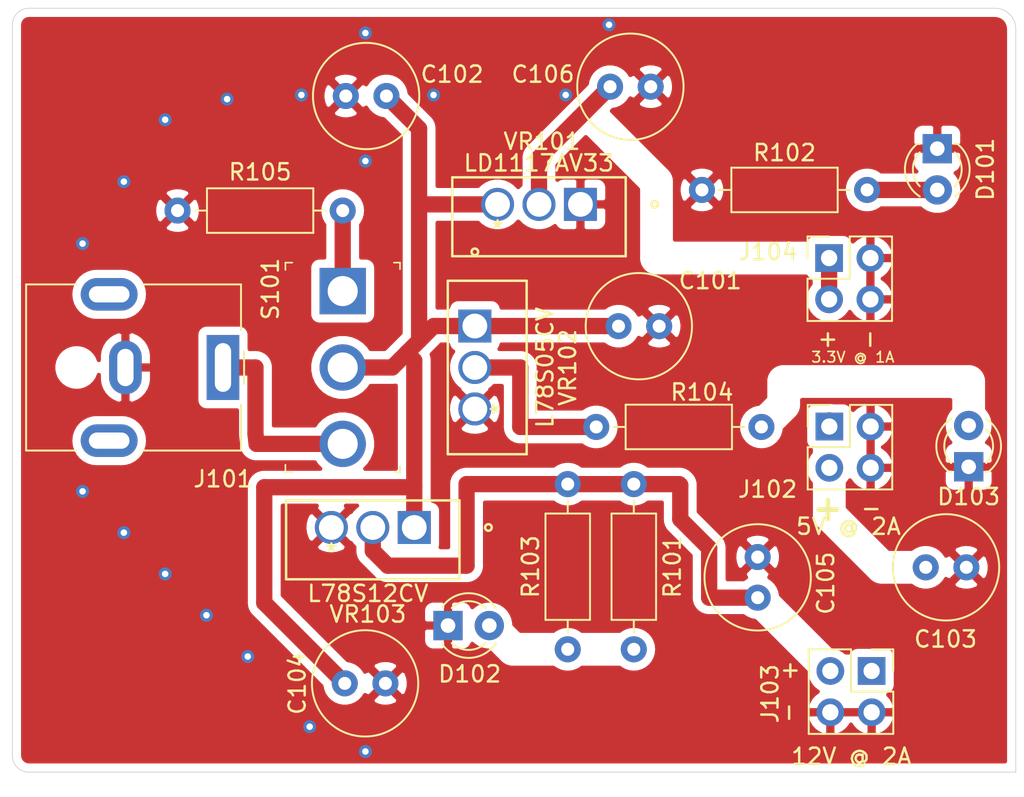
<source format=kicad_pcb>
(kicad_pcb (version 20171130) (host pcbnew "(5.1.4)-1")

  (general
    (thickness 1.6)
    (drawings 17)
    (tracks 61)
    (zones 0)
    (modules 22)
    (nets 11)
  )

  (page A4)
  (layers
    (0 F.Cu signal)
    (31 B.Cu signal)
    (32 B.Adhes user)
    (33 F.Adhes user)
    (34 B.Paste user)
    (35 F.Paste user)
    (36 B.SilkS user)
    (37 F.SilkS user)
    (38 B.Mask user)
    (39 F.Mask user)
    (40 Dwgs.User user)
    (41 Cmts.User user)
    (42 Eco1.User user)
    (43 Eco2.User user)
    (44 Edge.Cuts user)
    (45 Margin user)
    (46 B.CrtYd user)
    (47 F.CrtYd user)
    (48 B.Fab user)
    (49 F.Fab user)
  )

  (setup
    (last_trace_width 0.25)
    (trace_clearance 0.2)
    (zone_clearance 0.508)
    (zone_45_only no)
    (trace_min 0.2)
    (via_size 0.8)
    (via_drill 0.4)
    (via_min_size 0.4)
    (via_min_drill 0.3)
    (uvia_size 0.3)
    (uvia_drill 0.1)
    (uvias_allowed no)
    (uvia_min_size 0.2)
    (uvia_min_drill 0.1)
    (edge_width 0.05)
    (segment_width 0.2)
    (pcb_text_width 0.3)
    (pcb_text_size 1.5 1.5)
    (mod_edge_width 0.12)
    (mod_text_size 1 1)
    (mod_text_width 0.15)
    (pad_size 1.524 1.524)
    (pad_drill 0.762)
    (pad_to_mask_clearance 0.051)
    (solder_mask_min_width 0.25)
    (aux_axis_origin 0 0)
    (visible_elements FFFFFF7F)
    (pcbplotparams
      (layerselection 0x010fc_ffffffff)
      (usegerberextensions false)
      (usegerberattributes false)
      (usegerberadvancedattributes false)
      (creategerberjobfile false)
      (excludeedgelayer true)
      (linewidth 0.100000)
      (plotframeref false)
      (viasonmask false)
      (mode 1)
      (useauxorigin false)
      (hpglpennumber 1)
      (hpglpenspeed 20)
      (hpglpendiameter 15.000000)
      (psnegative false)
      (psa4output false)
      (plotreference true)
      (plotvalue true)
      (plotinvisibletext false)
      (padsonsilk false)
      (subtractmaskfromsilk false)
      (outputformat 1)
      (mirror false)
      (drillshape 1)
      (scaleselection 1)
      (outputdirectory ""))
  )

  (net 0 "")
  (net 1 GND)
  (net 2 "Net-(C101-Pad1)")
  (net 3 "Net-(D101-Pad2)")
  (net 4 "Net-(D102-Pad2)")
  (net 5 "Net-(D103-Pad2)")
  (net 6 "Net-(R105-Pad2)")
  (net 7 +5V)
  (net 8 +12V)
  (net 9 +3V3)
  (net 10 PWR_IN)

  (net_class Default "This is the default net class."
    (clearance 0.2)
    (trace_width 0.25)
    (via_dia 0.8)
    (via_drill 0.4)
    (uvia_dia 0.3)
    (uvia_drill 0.1)
    (add_net +12V)
    (add_net +3V3)
    (add_net +5V)
    (add_net GND)
    (add_net "Net-(C101-Pad1)")
    (add_net "Net-(D101-Pad2)")
    (add_net "Net-(D102-Pad2)")
    (add_net "Net-(D103-Pad2)")
    (add_net "Net-(R105-Pad2)")
    (add_net PWR_IN)
  )

  (module footprints:L78S12CV (layer F.Cu) (tedit 0) (tstamp 5DA70C3A)
    (at 108.0135 86.2965 180)
    (path /5DA6EC58)
    (fp_text reference VR103 (at -2.2464 -3.81) (layer F.SilkS)
      (effects (font (size 1 1) (thickness 0.15)))
    )
    (fp_text value L78S12CV (at -2.2464 -2.54) (layer F.SilkS)
      (effects (font (size 1 1) (thickness 0.15)))
    )
    (fp_circle (center -7.249 1.524) (end -7.0458 1.524) (layer F.Fab) (width 0.1524))
    (fp_circle (center -9.662 1.524) (end -9.4588 1.524) (layer F.SilkS) (width 0.1524))
    (fp_line (start 2.911 3.3147) (end -8.011 3.3147) (layer F.CrtYd) (width 0.1524))
    (fp_line (start 2.911 -1.7907) (end 2.911 3.3147) (layer F.CrtYd) (width 0.1524))
    (fp_line (start -8.011 -1.7907) (end 2.911 -1.7907) (layer F.CrtYd) (width 0.1524))
    (fp_line (start -8.011 3.3147) (end -8.011 -1.7907) (layer F.CrtYd) (width 0.1524))
    (fp_line (start -7.757 -1.5367) (end -7.757 3.0607) (layer F.Fab) (width 0.1524))
    (fp_line (start 2.657 -1.5367) (end -7.757 -1.5367) (layer F.Fab) (width 0.1524))
    (fp_line (start 2.657 3.0607) (end 2.657 -1.5367) (layer F.Fab) (width 0.1524))
    (fp_line (start -7.757 3.0607) (end 2.657 3.0607) (layer F.Fab) (width 0.1524))
    (fp_line (start -7.884 -1.6637) (end -7.884 3.1877) (layer F.SilkS) (width 0.1524))
    (fp_line (start 2.784 -1.6637) (end -7.884 -1.6637) (layer F.SilkS) (width 0.1524))
    (fp_line (start 2.784 3.1877) (end 2.784 -1.6637) (layer F.SilkS) (width 0.1524))
    (fp_line (start -7.884 3.1877) (end 2.784 3.1877) (layer F.SilkS) (width 0.1524))
    (fp_line (start -5.1 1.778) (end -5.1 1.27) (layer F.Fab) (width 0.1524))
    (fp_line (start -5.354 1.524) (end -4.846 1.524) (layer F.Fab) (width 0.1524))
    (fp_text user * (at 0 0) (layer F.Fab)
      (effects (font (size 1 1) (thickness 0.15)))
    )
    (fp_text user * (at 0 0) (layer F.SilkS)
      (effects (font (size 1 1) (thickness 0.15)))
    )
    (fp_text user "Copyright 2016 Accelerated Designs. All rights reserved." (at 0 0) (layer Cmts.User)
      (effects (font (size 0.127 0.127) (thickness 0.002)))
    )
    (pad 3 thru_hole circle (at 0 1.524 180) (size 2.032 2.032) (drill 1.524) (layers *.Cu *.Mask)
      (net 1 GND))
    (pad 2 thru_hole circle (at -2.55 1.524 180) (size 2.032 2.032) (drill 1.524) (layers *.Cu *.Mask)
      (net 8 +12V))
    (pad 1 thru_hole rect (at -5.1 1.524 180) (size 2.032 2.032) (drill 1.524) (layers *.Cu *.Mask)
      (net 2 "Net-(C101-Pad1)"))
  )

  (module footprints:L78S05CV (layer F.Cu) (tedit 0) (tstamp 5DA70C20)
    (at 118.364 77.48 270)
    (path /5DA6C834)
    (fp_text reference VR102 (at -2.55 -4.191 90) (layer F.SilkS)
      (effects (font (size 1 1) (thickness 0.15)))
    )
    (fp_text value L78S05CV (at -2.55 -2.794 90) (layer F.SilkS)
      (effects (font (size 1 1) (thickness 0.15)))
    )
    (fp_circle (center -7.249 1.524) (end -7.0458 1.524) (layer F.Fab) (width 0.1524))
    (fp_circle (center -9.662 1.524) (end -9.4588 1.524) (layer F.SilkS) (width 0.1524))
    (fp_line (start 2.911 3.3147) (end -8.011 3.3147) (layer F.CrtYd) (width 0.1524))
    (fp_line (start 2.911 -1.7907) (end 2.911 3.3147) (layer F.CrtYd) (width 0.1524))
    (fp_line (start -8.011 -1.7907) (end 2.911 -1.7907) (layer F.CrtYd) (width 0.1524))
    (fp_line (start -8.011 3.3147) (end -8.011 -1.7907) (layer F.CrtYd) (width 0.1524))
    (fp_line (start -7.757 -1.5367) (end -7.757 3.0607) (layer F.Fab) (width 0.1524))
    (fp_line (start 2.657 -1.5367) (end -7.757 -1.5367) (layer F.Fab) (width 0.1524))
    (fp_line (start 2.657 3.0607) (end 2.657 -1.5367) (layer F.Fab) (width 0.1524))
    (fp_line (start -7.757 3.0607) (end 2.657 3.0607) (layer F.Fab) (width 0.1524))
    (fp_line (start -7.884 -1.6637) (end -7.884 3.1877) (layer F.SilkS) (width 0.1524))
    (fp_line (start 2.784 -1.6637) (end -7.884 -1.6637) (layer F.SilkS) (width 0.1524))
    (fp_line (start 2.784 3.1877) (end 2.784 -1.6637) (layer F.SilkS) (width 0.1524))
    (fp_line (start -7.884 3.1877) (end 2.784 3.1877) (layer F.SilkS) (width 0.1524))
    (fp_line (start -5.1 1.778) (end -5.1 1.27) (layer F.Fab) (width 0.1524))
    (fp_line (start -5.354 1.524) (end -4.846 1.524) (layer F.Fab) (width 0.1524))
    (fp_text user * (at 0 0 90) (layer F.Fab)
      (effects (font (size 1 1) (thickness 0.15)))
    )
    (fp_text user * (at 0 0 90) (layer F.SilkS)
      (effects (font (size 1 1) (thickness 0.15)))
    )
    (fp_text user "Copyright 2016 Accelerated Designs. All rights reserved." (at 0 0 90) (layer Cmts.User)
      (effects (font (size 0.127 0.127) (thickness 0.002)))
    )
    (pad 3 thru_hole circle (at 0 1.524 270) (size 2.032 2.032) (drill 1.524) (layers *.Cu *.Mask)
      (net 1 GND))
    (pad 2 thru_hole circle (at -2.55 1.524 270) (size 2.032 2.032) (drill 1.524) (layers *.Cu *.Mask)
      (net 7 +5V))
    (pad 1 thru_hole rect (at -5.1 1.524 270) (size 2.032 2.032) (drill 1.524) (layers *.Cu *.Mask)
      (net 2 "Net-(C101-Pad1)"))
  )

  (module footprints:LD1117AV33 (layer F.Cu) (tedit 0) (tstamp 5DA70C06)
    (at 118.237 66.421 180)
    (path /5DA69D28)
    (fp_text reference VR101 (at -2.7305 5.3975) (layer F.SilkS)
      (effects (font (size 1 1) (thickness 0.15)))
    )
    (fp_text value LD1117AV33 (at -2.54 4.064) (layer F.SilkS)
      (effects (font (size 1 1) (thickness 0.15)))
    )
    (fp_circle (center -7.249 1.524) (end -7.0458 1.524) (layer F.Fab) (width 0.1524))
    (fp_circle (center -9.662 1.524) (end -9.4588 1.524) (layer F.SilkS) (width 0.1524))
    (fp_line (start 2.911 3.3147) (end -8.011 3.3147) (layer F.CrtYd) (width 0.1524))
    (fp_line (start 2.911 -1.7907) (end 2.911 3.3147) (layer F.CrtYd) (width 0.1524))
    (fp_line (start -8.011 -1.7907) (end 2.911 -1.7907) (layer F.CrtYd) (width 0.1524))
    (fp_line (start -8.011 3.3147) (end -8.011 -1.7907) (layer F.CrtYd) (width 0.1524))
    (fp_line (start -7.757 -1.5367) (end -7.757 3.0607) (layer F.Fab) (width 0.1524))
    (fp_line (start 2.657 -1.5367) (end -7.757 -1.5367) (layer F.Fab) (width 0.1524))
    (fp_line (start 2.657 3.0607) (end 2.657 -1.5367) (layer F.Fab) (width 0.1524))
    (fp_line (start -7.757 3.0607) (end 2.657 3.0607) (layer F.Fab) (width 0.1524))
    (fp_line (start -7.884 -1.6637) (end -7.884 3.1877) (layer F.SilkS) (width 0.1524))
    (fp_line (start 2.784 -1.6637) (end -7.884 -1.6637) (layer F.SilkS) (width 0.1524))
    (fp_line (start 2.784 3.1877) (end 2.784 -1.6637) (layer F.SilkS) (width 0.1524))
    (fp_line (start -7.884 3.1877) (end 2.784 3.1877) (layer F.SilkS) (width 0.1524))
    (fp_line (start -5.1 1.778) (end -5.1 1.27) (layer F.Fab) (width 0.1524))
    (fp_line (start -5.354 1.524) (end -4.846 1.524) (layer F.Fab) (width 0.1524))
    (fp_text user * (at 0 0) (layer F.Fab)
      (effects (font (size 1 1) (thickness 0.15)))
    )
    (fp_text user * (at 0 0) (layer F.SilkS)
      (effects (font (size 1 1) (thickness 0.15)))
    )
    (fp_text user "Copyright 2016 Accelerated Designs. All rights reserved." (at 0 0) (layer Cmts.User)
      (effects (font (size 0.127 0.127) (thickness 0.002)))
    )
    (pad 3 thru_hole circle (at 0 1.524 180) (size 2.032 2.032) (drill 1.524) (layers *.Cu *.Mask)
      (net 2 "Net-(C101-Pad1)"))
    (pad 2 thru_hole circle (at -2.55 1.524 180) (size 2.032 2.032) (drill 1.524) (layers *.Cu *.Mask)
      (net 9 +3V3))
    (pad 1 thru_hole rect (at -5.1 1.524 180) (size 2.032 2.032) (drill 1.524) (layers *.Cu *.Mask)
      (net 1 GND))
  )

  (module digikey-footprints:Toggle_Switch_100SP1T1B4M2QE (layer F.Cu) (tedit 5AF5CA0B) (tstamp 5DA70BEC)
    (at 108.712 70.23 270)
    (descr http://spec_sheets.e-switch.com/specs/T111597.pdf)
    (path /5DAF4EF7)
    (fp_text reference S101 (at -0.126 4.445 90) (layer F.SilkS)
      (effects (font (size 1 1) (thickness 0.15)))
    )
    (fp_text value 100SP1T1B4M2QE (at 4.65 4.82 90) (layer F.Fab) hide
      (effects (font (size 1 1) (thickness 0.15)))
    )
    (fp_line (start -1.65 -3.43) (end 11.05 -3.43) (layer F.Fab) (width 0.1))
    (fp_line (start -1.65 3.43) (end 11.05 3.43) (layer F.Fab) (width 0.1))
    (fp_line (start -1.65 -3.43) (end -1.65 3.43) (layer F.Fab) (width 0.1))
    (fp_line (start 11.05 3.43) (end 11.05 -3.43) (layer F.Fab) (width 0.1))
    (fp_line (start 11.15 -3.525) (end 11.15 -3.175) (layer F.SilkS) (width 0.1))
    (fp_line (start 10.775 -3.525) (end 11.15 -3.525) (layer F.SilkS) (width 0.1))
    (fp_line (start -1.75 -3.525) (end -1.35 -3.525) (layer F.SilkS) (width 0.1))
    (fp_line (start -1.75 -3.525) (end -1.75 -3.15) (layer F.SilkS) (width 0.1))
    (fp_line (start -1.75 3.525) (end -1.75 3.1) (layer F.SilkS) (width 0.1))
    (fp_line (start -1.75 3.525) (end -1.3 3.525) (layer F.SilkS) (width 0.1))
    (fp_line (start 11.125 3.525) (end 10.675 3.525) (layer F.SilkS) (width 0.1))
    (fp_line (start 11.15 3.525) (end 11.15 3.1) (layer F.SilkS) (width 0.1))
    (fp_text user %R (at 4.7 0 270) (layer F.Fab)
      (effects (font (size 1 1) (thickness 0.15)))
    )
    (fp_line (start -1.9 -3.68) (end 11.3 -3.68) (layer F.CrtYd) (width 0.05))
    (fp_line (start -1.9 3.68) (end -1.9 -3.68) (layer F.CrtYd) (width 0.05))
    (fp_line (start 11.3 3.68) (end -1.9 3.68) (layer F.CrtYd) (width 0.05))
    (fp_line (start 11.3 -3.68) (end 11.3 3.68) (layer F.CrtYd) (width 0.05))
    (fp_circle (center 4.7 0) (end 4.7 3.4) (layer F.Fab) (width 0.1))
    (pad 3 thru_hole circle (at 9.4 0 270) (size 2.85 2.85) (drill 1.85) (layers *.Cu *.Mask)
      (net 10 PWR_IN))
    (pad 2 thru_hole circle (at 4.7 0 270) (size 2.85 2.85) (drill 1.85) (layers *.Cu *.Mask)
      (net 2 "Net-(C101-Pad1)"))
    (pad 1 thru_hole rect (at 0 0 270) (size 2.85 2.85) (drill 1.85) (layers *.Cu *.Mask)
      (net 6 "Net-(R105-Pad2)"))
  )

  (module Resistor_THT:R_Axial_DIN0207_L6.3mm_D2.5mm_P10.16mm_Horizontal (layer F.Cu) (tedit 5AE5139B) (tstamp 5DA70BD3)
    (at 98.552 65.278)
    (descr "Resistor, Axial_DIN0207 series, Axial, Horizontal, pin pitch=10.16mm, 0.25W = 1/4W, length*diameter=6.3*2.5mm^2, http://cdn-reichelt.de/documents/datenblatt/B400/1_4W%23YAG.pdf")
    (tags "Resistor Axial_DIN0207 series Axial Horizontal pin pitch 10.16mm 0.25W = 1/4W length 6.3mm diameter 2.5mm")
    (path /5DB3159B)
    (fp_text reference R105 (at 5.08 -2.37) (layer F.SilkS)
      (effects (font (size 1 1) (thickness 0.15)))
    )
    (fp_text value 100K (at 5.08 2.37) (layer F.Fab) hide
      (effects (font (size 1 1) (thickness 0.15)))
    )
    (fp_text user %R (at 5.08 0) (layer F.Fab)
      (effects (font (size 1 1) (thickness 0.15)))
    )
    (fp_line (start 11.21 -1.5) (end -1.05 -1.5) (layer F.CrtYd) (width 0.05))
    (fp_line (start 11.21 1.5) (end 11.21 -1.5) (layer F.CrtYd) (width 0.05))
    (fp_line (start -1.05 1.5) (end 11.21 1.5) (layer F.CrtYd) (width 0.05))
    (fp_line (start -1.05 -1.5) (end -1.05 1.5) (layer F.CrtYd) (width 0.05))
    (fp_line (start 9.12 0) (end 8.35 0) (layer F.SilkS) (width 0.12))
    (fp_line (start 1.04 0) (end 1.81 0) (layer F.SilkS) (width 0.12))
    (fp_line (start 8.35 -1.37) (end 1.81 -1.37) (layer F.SilkS) (width 0.12))
    (fp_line (start 8.35 1.37) (end 8.35 -1.37) (layer F.SilkS) (width 0.12))
    (fp_line (start 1.81 1.37) (end 8.35 1.37) (layer F.SilkS) (width 0.12))
    (fp_line (start 1.81 -1.37) (end 1.81 1.37) (layer F.SilkS) (width 0.12))
    (fp_line (start 10.16 0) (end 8.23 0) (layer F.Fab) (width 0.1))
    (fp_line (start 0 0) (end 1.93 0) (layer F.Fab) (width 0.1))
    (fp_line (start 8.23 -1.25) (end 1.93 -1.25) (layer F.Fab) (width 0.1))
    (fp_line (start 8.23 1.25) (end 8.23 -1.25) (layer F.Fab) (width 0.1))
    (fp_line (start 1.93 1.25) (end 8.23 1.25) (layer F.Fab) (width 0.1))
    (fp_line (start 1.93 -1.25) (end 1.93 1.25) (layer F.Fab) (width 0.1))
    (pad 2 thru_hole oval (at 10.16 0) (size 1.6 1.6) (drill 0.8) (layers *.Cu *.Mask)
      (net 6 "Net-(R105-Pad2)"))
    (pad 1 thru_hole circle (at 0 0) (size 1.6 1.6) (drill 0.8) (layers *.Cu *.Mask)
      (net 1 GND))
    (model ${KISYS3DMOD}/Resistor_THT.3dshapes/R_Axial_DIN0207_L6.3mm_D2.5mm_P10.16mm_Horizontal.wrl
      (at (xyz 0 0 0))
      (scale (xyz 1 1 1))
      (rotate (xyz 0 0 0))
    )
  )

  (module Resistor_THT:R_Axial_DIN0207_L6.3mm_D2.5mm_P10.16mm_Horizontal (layer F.Cu) (tedit 5AE5139B) (tstamp 5DA70BBC)
    (at 124.3076 78.5876)
    (descr "Resistor, Axial_DIN0207 series, Axial, Horizontal, pin pitch=10.16mm, 0.25W = 1/4W, length*diameter=6.3*2.5mm^2, http://cdn-reichelt.de/documents/datenblatt/B400/1_4W%23YAG.pdf")
    (tags "Resistor Axial_DIN0207 series Axial Horizontal pin pitch 10.16mm 0.25W = 1/4W length 6.3mm diameter 2.5mm")
    (path /5DAAFEEF)
    (fp_text reference R104 (at 6.5024 -2.1336) (layer F.SilkS)
      (effects (font (size 1 1) (thickness 0.15)))
    )
    (fp_text value 500 (at 5.08 2.37) (layer F.Fab) hide
      (effects (font (size 1 1) (thickness 0.15)))
    )
    (fp_text user %R (at 5.08 0) (layer F.Fab)
      (effects (font (size 1 1) (thickness 0.15)))
    )
    (fp_line (start 11.21 -1.5) (end -1.05 -1.5) (layer F.CrtYd) (width 0.05))
    (fp_line (start 11.21 1.5) (end 11.21 -1.5) (layer F.CrtYd) (width 0.05))
    (fp_line (start -1.05 1.5) (end 11.21 1.5) (layer F.CrtYd) (width 0.05))
    (fp_line (start -1.05 -1.5) (end -1.05 1.5) (layer F.CrtYd) (width 0.05))
    (fp_line (start 9.12 0) (end 8.35 0) (layer F.SilkS) (width 0.12))
    (fp_line (start 1.04 0) (end 1.81 0) (layer F.SilkS) (width 0.12))
    (fp_line (start 8.35 -1.37) (end 1.81 -1.37) (layer F.SilkS) (width 0.12))
    (fp_line (start 8.35 1.37) (end 8.35 -1.37) (layer F.SilkS) (width 0.12))
    (fp_line (start 1.81 1.37) (end 8.35 1.37) (layer F.SilkS) (width 0.12))
    (fp_line (start 1.81 -1.37) (end 1.81 1.37) (layer F.SilkS) (width 0.12))
    (fp_line (start 10.16 0) (end 8.23 0) (layer F.Fab) (width 0.1))
    (fp_line (start 0 0) (end 1.93 0) (layer F.Fab) (width 0.1))
    (fp_line (start 8.23 -1.25) (end 1.93 -1.25) (layer F.Fab) (width 0.1))
    (fp_line (start 8.23 1.25) (end 8.23 -1.25) (layer F.Fab) (width 0.1))
    (fp_line (start 1.93 1.25) (end 8.23 1.25) (layer F.Fab) (width 0.1))
    (fp_line (start 1.93 -1.25) (end 1.93 1.25) (layer F.Fab) (width 0.1))
    (pad 2 thru_hole oval (at 10.16 0) (size 1.6 1.6) (drill 0.8) (layers *.Cu *.Mask)
      (net 5 "Net-(D103-Pad2)"))
    (pad 1 thru_hole circle (at 0 0) (size 1.6 1.6) (drill 0.8) (layers *.Cu *.Mask)
      (net 7 +5V))
    (model ${KISYS3DMOD}/Resistor_THT.3dshapes/R_Axial_DIN0207_L6.3mm_D2.5mm_P10.16mm_Horizontal.wrl
      (at (xyz 0 0 0))
      (scale (xyz 1 1 1))
      (rotate (xyz 0 0 0))
    )
  )

  (module Resistor_THT:R_Axial_DIN0207_L6.3mm_D2.5mm_P10.16mm_Horizontal (layer F.Cu) (tedit 5AE5139B) (tstamp 5DA70BA5)
    (at 122.555 82.1055 270)
    (descr "Resistor, Axial_DIN0207 series, Axial, Horizontal, pin pitch=10.16mm, 0.25W = 1/4W, length*diameter=6.3*2.5mm^2, http://cdn-reichelt.de/documents/datenblatt/B400/1_4W%23YAG.pdf")
    (tags "Resistor Axial_DIN0207 series Axial Horizontal pin pitch 10.16mm 0.25W = 1/4W length 6.3mm diameter 2.5mm")
    (path /5DAB6E7C)
    (fp_text reference R103 (at 5.08 2.286 90) (layer F.SilkS)
      (effects (font (size 1 1) (thickness 0.15)))
    )
    (fp_text value 500 (at 0.508 2.286 90) (layer F.Fab) hide
      (effects (font (size 1 1) (thickness 0.15)))
    )
    (fp_text user %R (at 5.08 0 90) (layer F.Fab)
      (effects (font (size 1 1) (thickness 0.15)))
    )
    (fp_line (start 11.21 -1.5) (end -1.05 -1.5) (layer F.CrtYd) (width 0.05))
    (fp_line (start 11.21 1.5) (end 11.21 -1.5) (layer F.CrtYd) (width 0.05))
    (fp_line (start -1.05 1.5) (end 11.21 1.5) (layer F.CrtYd) (width 0.05))
    (fp_line (start -1.05 -1.5) (end -1.05 1.5) (layer F.CrtYd) (width 0.05))
    (fp_line (start 9.12 0) (end 8.35 0) (layer F.SilkS) (width 0.12))
    (fp_line (start 1.04 0) (end 1.81 0) (layer F.SilkS) (width 0.12))
    (fp_line (start 8.35 -1.37) (end 1.81 -1.37) (layer F.SilkS) (width 0.12))
    (fp_line (start 8.35 1.37) (end 8.35 -1.37) (layer F.SilkS) (width 0.12))
    (fp_line (start 1.81 1.37) (end 8.35 1.37) (layer F.SilkS) (width 0.12))
    (fp_line (start 1.81 -1.37) (end 1.81 1.37) (layer F.SilkS) (width 0.12))
    (fp_line (start 10.16 0) (end 8.23 0) (layer F.Fab) (width 0.1))
    (fp_line (start 0 0) (end 1.93 0) (layer F.Fab) (width 0.1))
    (fp_line (start 8.23 -1.25) (end 1.93 -1.25) (layer F.Fab) (width 0.1))
    (fp_line (start 8.23 1.25) (end 8.23 -1.25) (layer F.Fab) (width 0.1))
    (fp_line (start 1.93 1.25) (end 8.23 1.25) (layer F.Fab) (width 0.1))
    (fp_line (start 1.93 -1.25) (end 1.93 1.25) (layer F.Fab) (width 0.1))
    (pad 2 thru_hole oval (at 10.16 0 270) (size 1.6 1.6) (drill 0.8) (layers *.Cu *.Mask)
      (net 4 "Net-(D102-Pad2)"))
    (pad 1 thru_hole circle (at 0 0 270) (size 1.6 1.6) (drill 0.8) (layers *.Cu *.Mask)
      (net 8 +12V))
    (model ${KISYS3DMOD}/Resistor_THT.3dshapes/R_Axial_DIN0207_L6.3mm_D2.5mm_P10.16mm_Horizontal.wrl
      (at (xyz 0 0 0))
      (scale (xyz 1 1 1))
      (rotate (xyz 0 0 0))
    )
  )

  (module Resistor_THT:R_Axial_DIN0207_L6.3mm_D2.5mm_P10.16mm_Horizontal (layer F.Cu) (tedit 5AE5139B) (tstamp 5DA70B8E)
    (at 130.81 64.008)
    (descr "Resistor, Axial_DIN0207 series, Axial, Horizontal, pin pitch=10.16mm, 0.25W = 1/4W, length*diameter=6.3*2.5mm^2, http://cdn-reichelt.de/documents/datenblatt/B400/1_4W%23YAG.pdf")
    (tags "Resistor Axial_DIN0207 series Axial Horizontal pin pitch 10.16mm 0.25W = 1/4W length 6.3mm diameter 2.5mm")
    (path /5DAA7AF4)
    (fp_text reference R102 (at 5.08 -2.286) (layer F.SilkS)
      (effects (font (size 1 1) (thickness 0.15)))
    )
    (fp_text value 500 (at 5.08 2.37) (layer F.Fab) hide
      (effects (font (size 1 1) (thickness 0.15)))
    )
    (fp_text user %R (at 5.08 0) (layer F.Fab)
      (effects (font (size 1 1) (thickness 0.15)))
    )
    (fp_line (start 11.21 -1.5) (end -1.05 -1.5) (layer F.CrtYd) (width 0.05))
    (fp_line (start 11.21 1.5) (end 11.21 -1.5) (layer F.CrtYd) (width 0.05))
    (fp_line (start -1.05 1.5) (end 11.21 1.5) (layer F.CrtYd) (width 0.05))
    (fp_line (start -1.05 -1.5) (end -1.05 1.5) (layer F.CrtYd) (width 0.05))
    (fp_line (start 9.12 0) (end 8.35 0) (layer F.SilkS) (width 0.12))
    (fp_line (start 1.04 0) (end 1.81 0) (layer F.SilkS) (width 0.12))
    (fp_line (start 8.35 -1.37) (end 1.81 -1.37) (layer F.SilkS) (width 0.12))
    (fp_line (start 8.35 1.37) (end 8.35 -1.37) (layer F.SilkS) (width 0.12))
    (fp_line (start 1.81 1.37) (end 8.35 1.37) (layer F.SilkS) (width 0.12))
    (fp_line (start 1.81 -1.37) (end 1.81 1.37) (layer F.SilkS) (width 0.12))
    (fp_line (start 10.16 0) (end 8.23 0) (layer F.Fab) (width 0.1))
    (fp_line (start 0 0) (end 1.93 0) (layer F.Fab) (width 0.1))
    (fp_line (start 8.23 -1.25) (end 1.93 -1.25) (layer F.Fab) (width 0.1))
    (fp_line (start 8.23 1.25) (end 8.23 -1.25) (layer F.Fab) (width 0.1))
    (fp_line (start 1.93 1.25) (end 8.23 1.25) (layer F.Fab) (width 0.1))
    (fp_line (start 1.93 -1.25) (end 1.93 1.25) (layer F.Fab) (width 0.1))
    (pad 2 thru_hole oval (at 10.16 0) (size 1.6 1.6) (drill 0.8) (layers *.Cu *.Mask)
      (net 3 "Net-(D101-Pad2)"))
    (pad 1 thru_hole circle (at 0 0) (size 1.6 1.6) (drill 0.8) (layers *.Cu *.Mask)
      (net 1 GND))
    (model ${KISYS3DMOD}/Resistor_THT.3dshapes/R_Axial_DIN0207_L6.3mm_D2.5mm_P10.16mm_Horizontal.wrl
      (at (xyz 0 0 0))
      (scale (xyz 1 1 1))
      (rotate (xyz 0 0 0))
    )
  )

  (module Resistor_THT:R_Axial_DIN0207_L6.3mm_D2.5mm_P10.16mm_Horizontal (layer F.Cu) (tedit 5AE5139B) (tstamp 5DA70B77)
    (at 126.619 82.1055 270)
    (descr "Resistor, Axial_DIN0207 series, Axial, Horizontal, pin pitch=10.16mm, 0.25W = 1/4W, length*diameter=6.3*2.5mm^2, http://cdn-reichelt.de/documents/datenblatt/B400/1_4W%23YAG.pdf")
    (tags "Resistor Axial_DIN0207 series Axial Horizontal pin pitch 10.16mm 0.25W = 1/4W length 6.3mm diameter 2.5mm")
    (path /5DAB16B9)
    (fp_text reference R101 (at 5.08 -2.37 90) (layer F.SilkS)
      (effects (font (size 1 1) (thickness 0.15)))
    )
    (fp_text value 500 (at 0.508 2.286 90) (layer F.Fab) hide
      (effects (font (size 1 1) (thickness 0.15)))
    )
    (fp_text user %R (at 5.08 0 90) (layer F.Fab)
      (effects (font (size 1 1) (thickness 0.15)))
    )
    (fp_line (start 11.21 -1.5) (end -1.05 -1.5) (layer F.CrtYd) (width 0.05))
    (fp_line (start 11.21 1.5) (end 11.21 -1.5) (layer F.CrtYd) (width 0.05))
    (fp_line (start -1.05 1.5) (end 11.21 1.5) (layer F.CrtYd) (width 0.05))
    (fp_line (start -1.05 -1.5) (end -1.05 1.5) (layer F.CrtYd) (width 0.05))
    (fp_line (start 9.12 0) (end 8.35 0) (layer F.SilkS) (width 0.12))
    (fp_line (start 1.04 0) (end 1.81 0) (layer F.SilkS) (width 0.12))
    (fp_line (start 8.35 -1.37) (end 1.81 -1.37) (layer F.SilkS) (width 0.12))
    (fp_line (start 8.35 1.37) (end 8.35 -1.37) (layer F.SilkS) (width 0.12))
    (fp_line (start 1.81 1.37) (end 8.35 1.37) (layer F.SilkS) (width 0.12))
    (fp_line (start 1.81 -1.37) (end 1.81 1.37) (layer F.SilkS) (width 0.12))
    (fp_line (start 10.16 0) (end 8.23 0) (layer F.Fab) (width 0.1))
    (fp_line (start 0 0) (end 1.93 0) (layer F.Fab) (width 0.1))
    (fp_line (start 8.23 -1.25) (end 1.93 -1.25) (layer F.Fab) (width 0.1))
    (fp_line (start 8.23 1.25) (end 8.23 -1.25) (layer F.Fab) (width 0.1))
    (fp_line (start 1.93 1.25) (end 8.23 1.25) (layer F.Fab) (width 0.1))
    (fp_line (start 1.93 -1.25) (end 1.93 1.25) (layer F.Fab) (width 0.1))
    (pad 2 thru_hole oval (at 10.16 0 270) (size 1.6 1.6) (drill 0.8) (layers *.Cu *.Mask)
      (net 4 "Net-(D102-Pad2)"))
    (pad 1 thru_hole circle (at 0 0 270) (size 1.6 1.6) (drill 0.8) (layers *.Cu *.Mask)
      (net 8 +12V))
    (model ${KISYS3DMOD}/Resistor_THT.3dshapes/R_Axial_DIN0207_L6.3mm_D2.5mm_P10.16mm_Horizontal.wrl
      (at (xyz 0 0 0))
      (scale (xyz 1 1 1))
      (rotate (xyz 0 0 0))
    )
  )

  (module Connector_PinHeader_2.54mm:PinHeader_2x02_P2.54mm_Vertical (layer F.Cu) (tedit 59FED5CC) (tstamp 5DA70B60)
    (at 138.6332 68.199)
    (descr "Through hole straight pin header, 2x02, 2.54mm pitch, double rows")
    (tags "Through hole pin header THT 2x02 2.54mm double row")
    (path /5DAC0162)
    (fp_text reference J104 (at -3.7592 -0.381) (layer F.SilkS)
      (effects (font (size 1 1) (thickness 0.15)))
    )
    (fp_text value "2.54mm pitch" (at 1.778 13.843) (layer F.Fab) hide
      (effects (font (size 1 1) (thickness 0.15)))
    )
    (fp_text user %R (at 1.27 1.27 90) (layer F.Fab)
      (effects (font (size 1 1) (thickness 0.15)))
    )
    (fp_line (start 4.35 -1.8) (end -1.8 -1.8) (layer F.CrtYd) (width 0.05))
    (fp_line (start 4.35 4.35) (end 4.35 -1.8) (layer F.CrtYd) (width 0.05))
    (fp_line (start -1.8 4.35) (end 4.35 4.35) (layer F.CrtYd) (width 0.05))
    (fp_line (start -1.8 -1.8) (end -1.8 4.35) (layer F.CrtYd) (width 0.05))
    (fp_line (start -1.33 -1.33) (end 0 -1.33) (layer F.SilkS) (width 0.12))
    (fp_line (start -1.33 0) (end -1.33 -1.33) (layer F.SilkS) (width 0.12))
    (fp_line (start 1.27 -1.33) (end 3.87 -1.33) (layer F.SilkS) (width 0.12))
    (fp_line (start 1.27 1.27) (end 1.27 -1.33) (layer F.SilkS) (width 0.12))
    (fp_line (start -1.33 1.27) (end 1.27 1.27) (layer F.SilkS) (width 0.12))
    (fp_line (start 3.87 -1.33) (end 3.87 3.87) (layer F.SilkS) (width 0.12))
    (fp_line (start -1.33 1.27) (end -1.33 3.87) (layer F.SilkS) (width 0.12))
    (fp_line (start -1.33 3.87) (end 3.87 3.87) (layer F.SilkS) (width 0.12))
    (fp_line (start -1.27 0) (end 0 -1.27) (layer F.Fab) (width 0.1))
    (fp_line (start -1.27 3.81) (end -1.27 0) (layer F.Fab) (width 0.1))
    (fp_line (start 3.81 3.81) (end -1.27 3.81) (layer F.Fab) (width 0.1))
    (fp_line (start 3.81 -1.27) (end 3.81 3.81) (layer F.Fab) (width 0.1))
    (fp_line (start 0 -1.27) (end 3.81 -1.27) (layer F.Fab) (width 0.1))
    (pad 4 thru_hole oval (at 2.54 2.54) (size 1.7 1.7) (drill 1) (layers *.Cu *.Mask)
      (net 1 GND))
    (pad 3 thru_hole oval (at 0 2.54) (size 1.7 1.7) (drill 1) (layers *.Cu *.Mask)
      (net 9 +3V3))
    (pad 2 thru_hole oval (at 2.54 0) (size 1.7 1.7) (drill 1) (layers *.Cu *.Mask)
      (net 1 GND))
    (pad 1 thru_hole rect (at 0 0) (size 1.7 1.7) (drill 1) (layers *.Cu *.Mask)
      (net 9 +3V3))
    (model ${KISYS3DMOD}/Connector_PinHeader_2.54mm.3dshapes/PinHeader_2x02_P2.54mm_Vertical.wrl
      (at (xyz 0 0 0))
      (scale (xyz 1 1 1))
      (rotate (xyz 0 0 0))
    )
  )

  (module Connector_PinHeader_2.54mm:PinHeader_2x02_P2.54mm_Vertical (layer F.Cu) (tedit 59FED5CC) (tstamp 5DA70B46)
    (at 141.2494 93.599 270)
    (descr "Through hole straight pin header, 2x02, 2.54mm pitch, double rows")
    (tags "Through hole pin header THT 2x02 2.54mm double row")
    (path /5DAD8483)
    (fp_text reference J103 (at 1.397 6.2484 90) (layer F.SilkS)
      (effects (font (size 1 1) (thickness 0.15)))
    )
    (fp_text value "2.54mm pitch" (at 6.731 1.27 180) (layer F.Fab) hide
      (effects (font (size 1 1) (thickness 0.15)))
    )
    (fp_text user %R (at 1.27 1.27) (layer F.Fab)
      (effects (font (size 1 1) (thickness 0.15)))
    )
    (fp_line (start 4.35 -1.8) (end -1.8 -1.8) (layer F.CrtYd) (width 0.05))
    (fp_line (start 4.35 4.35) (end 4.35 -1.8) (layer F.CrtYd) (width 0.05))
    (fp_line (start -1.8 4.35) (end 4.35 4.35) (layer F.CrtYd) (width 0.05))
    (fp_line (start -1.8 -1.8) (end -1.8 4.35) (layer F.CrtYd) (width 0.05))
    (fp_line (start -1.33 -1.33) (end 0 -1.33) (layer F.SilkS) (width 0.12))
    (fp_line (start -1.33 0) (end -1.33 -1.33) (layer F.SilkS) (width 0.12))
    (fp_line (start 1.27 -1.33) (end 3.87 -1.33) (layer F.SilkS) (width 0.12))
    (fp_line (start 1.27 1.27) (end 1.27 -1.33) (layer F.SilkS) (width 0.12))
    (fp_line (start -1.33 1.27) (end 1.27 1.27) (layer F.SilkS) (width 0.12))
    (fp_line (start 3.87 -1.33) (end 3.87 3.87) (layer F.SilkS) (width 0.12))
    (fp_line (start -1.33 1.27) (end -1.33 3.87) (layer F.SilkS) (width 0.12))
    (fp_line (start -1.33 3.87) (end 3.87 3.87) (layer F.SilkS) (width 0.12))
    (fp_line (start -1.27 0) (end 0 -1.27) (layer F.Fab) (width 0.1))
    (fp_line (start -1.27 3.81) (end -1.27 0) (layer F.Fab) (width 0.1))
    (fp_line (start 3.81 3.81) (end -1.27 3.81) (layer F.Fab) (width 0.1))
    (fp_line (start 3.81 -1.27) (end 3.81 3.81) (layer F.Fab) (width 0.1))
    (fp_line (start 0 -1.27) (end 3.81 -1.27) (layer F.Fab) (width 0.1))
    (pad 4 thru_hole oval (at 2.54 2.54 270) (size 1.7 1.7) (drill 1) (layers *.Cu *.Mask)
      (net 1 GND))
    (pad 3 thru_hole oval (at 0 2.54 270) (size 1.7 1.7) (drill 1) (layers *.Cu *.Mask)
      (net 8 +12V))
    (pad 2 thru_hole oval (at 2.54 0 270) (size 1.7 1.7) (drill 1) (layers *.Cu *.Mask)
      (net 1 GND))
    (pad 1 thru_hole rect (at 0 0 270) (size 1.7 1.7) (drill 1) (layers *.Cu *.Mask)
      (net 8 +12V))
    (model ${KISYS3DMOD}/Connector_PinHeader_2.54mm.3dshapes/PinHeader_2x02_P2.54mm_Vertical.wrl
      (at (xyz 0 0 0))
      (scale (xyz 1 1 1))
      (rotate (xyz 0 0 0))
    )
  )

  (module Connector_PinHeader_2.54mm:PinHeader_2x02_P2.54mm_Vertical (layer F.Cu) (tedit 59FED5CC) (tstamp 5DA70B2C)
    (at 138.6459 78.5622)
    (descr "Through hole straight pin header, 2x02, 2.54mm pitch, double rows")
    (tags "Through hole pin header THT 2x02 2.54mm double row")
    (path /5DACF689)
    (fp_text reference J102 (at -3.7973 3.8608) (layer F.SilkS)
      (effects (font (size 1 1) (thickness 0.15)))
    )
    (fp_text value "2.54mm pitch" (at 1.27 4.87) (layer F.Fab) hide
      (effects (font (size 1 1) (thickness 0.15)))
    )
    (fp_text user %R (at 1.27 1.27 90) (layer F.Fab)
      (effects (font (size 1 1) (thickness 0.15)))
    )
    (fp_line (start 4.35 -1.8) (end -1.8 -1.8) (layer F.CrtYd) (width 0.05))
    (fp_line (start 4.35 4.35) (end 4.35 -1.8) (layer F.CrtYd) (width 0.05))
    (fp_line (start -1.8 4.35) (end 4.35 4.35) (layer F.CrtYd) (width 0.05))
    (fp_line (start -1.8 -1.8) (end -1.8 4.35) (layer F.CrtYd) (width 0.05))
    (fp_line (start -1.33 -1.33) (end 0 -1.33) (layer F.SilkS) (width 0.12))
    (fp_line (start -1.33 0) (end -1.33 -1.33) (layer F.SilkS) (width 0.12))
    (fp_line (start 1.27 -1.33) (end 3.87 -1.33) (layer F.SilkS) (width 0.12))
    (fp_line (start 1.27 1.27) (end 1.27 -1.33) (layer F.SilkS) (width 0.12))
    (fp_line (start -1.33 1.27) (end 1.27 1.27) (layer F.SilkS) (width 0.12))
    (fp_line (start 3.87 -1.33) (end 3.87 3.87) (layer F.SilkS) (width 0.12))
    (fp_line (start -1.33 1.27) (end -1.33 3.87) (layer F.SilkS) (width 0.12))
    (fp_line (start -1.33 3.87) (end 3.87 3.87) (layer F.SilkS) (width 0.12))
    (fp_line (start -1.27 0) (end 0 -1.27) (layer F.Fab) (width 0.1))
    (fp_line (start -1.27 3.81) (end -1.27 0) (layer F.Fab) (width 0.1))
    (fp_line (start 3.81 3.81) (end -1.27 3.81) (layer F.Fab) (width 0.1))
    (fp_line (start 3.81 -1.27) (end 3.81 3.81) (layer F.Fab) (width 0.1))
    (fp_line (start 0 -1.27) (end 3.81 -1.27) (layer F.Fab) (width 0.1))
    (pad 4 thru_hole oval (at 2.54 2.54) (size 1.7 1.7) (drill 1) (layers *.Cu *.Mask)
      (net 1 GND))
    (pad 3 thru_hole oval (at 0 2.54) (size 1.7 1.7) (drill 1) (layers *.Cu *.Mask)
      (net 7 +5V))
    (pad 2 thru_hole oval (at 2.54 0) (size 1.7 1.7) (drill 1) (layers *.Cu *.Mask)
      (net 1 GND))
    (pad 1 thru_hole rect (at 0 0) (size 1.7 1.7) (drill 1) (layers *.Cu *.Mask)
      (net 7 +5V))
    (model ${KISYS3DMOD}/Connector_PinHeader_2.54mm.3dshapes/PinHeader_2x02_P2.54mm_Vertical.wrl
      (at (xyz 0 0 0))
      (scale (xyz 1 1 1))
      (rotate (xyz 0 0 0))
    )
  )

  (module Connector_BarrelJack:BarrelJack_CUI_PJ-063AH_Horizontal (layer F.Cu) (tedit 5B0886BD) (tstamp 5DA70B12)
    (at 101.346 74.93 270)
    (descr "Barrel Jack, 2.0mm ID, 5.5mm OD, 24V, 8A, no switch, https://www.cui.com/product/resource/pj-063ah.pdf")
    (tags "barrel jack cui dc power")
    (path /5DA65D7D)
    (fp_text reference J101 (at 6.858 0 180) (layer F.SilkS)
      (effects (font (size 1 1) (thickness 0.15)))
    )
    (fp_text value PJ-063AH (at 0 13 90) (layer F.Fab) hide
      (effects (font (size 1 1) (thickness 0.15)))
    )
    (fp_text user %R (at 0 5.5 90) (layer F.Fab)
      (effects (font (size 1 1) (thickness 0.15)))
    )
    (fp_line (start 6 -1.5) (end -6 -1.5) (layer F.CrtYd) (width 0.05))
    (fp_line (start 6 12.5) (end 6 -1.5) (layer F.CrtYd) (width 0.05))
    (fp_line (start -6 12.5) (end 6 12.5) (layer F.CrtYd) (width 0.05))
    (fp_line (start -6 -1.5) (end -6 12.5) (layer F.CrtYd) (width 0.05))
    (fp_line (start -1 -1.3) (end 1 -1.3) (layer F.SilkS) (width 0.12))
    (fp_line (start -5.11 12.11) (end -5.11 9.05) (layer F.SilkS) (width 0.12))
    (fp_line (start 5.11 12.11) (end -5.11 12.11) (layer F.SilkS) (width 0.12))
    (fp_line (start 5.11 9.05) (end 5.11 12.11) (layer F.SilkS) (width 0.12))
    (fp_line (start 5.11 -1.11) (end 5.11 4.95) (layer F.SilkS) (width 0.12))
    (fp_line (start 2.3 -1.11) (end 5.11 -1.11) (layer F.SilkS) (width 0.12))
    (fp_line (start -5.11 -1.11) (end -2.3 -1.11) (layer F.SilkS) (width 0.12))
    (fp_line (start -5.11 4.95) (end -5.11 -1.11) (layer F.SilkS) (width 0.12))
    (fp_line (start -5 12) (end -5 -1) (layer F.Fab) (width 0.1))
    (fp_line (start 5 12) (end -5 12) (layer F.Fab) (width 0.1))
    (fp_line (start 5 -1) (end 5 12) (layer F.Fab) (width 0.1))
    (fp_line (start 1 -1) (end 5 -1) (layer F.Fab) (width 0.1))
    (fp_line (start 0 0) (end 1 -1) (layer F.Fab) (width 0.1))
    (fp_line (start -1 -1) (end 0 0) (layer F.Fab) (width 0.1))
    (fp_line (start -5 -1) (end -1 -1) (layer F.Fab) (width 0.1))
    (pad "" np_thru_hole circle (at 0 9 270) (size 1.6 1.6) (drill 1.6) (layers *.Cu *.Mask))
    (pad MP thru_hole oval (at 4.5 7 270) (size 2 3.5) (drill oval 1 2.5) (layers *.Cu *.Mask))
    (pad MP thru_hole oval (at -4.5 7 270) (size 2 3.5) (drill oval 1 2.5) (layers *.Cu *.Mask))
    (pad 2 thru_hole oval (at 0 6 270) (size 3.3 2) (drill oval 2.3 1) (layers *.Cu *.Mask)
      (net 1 GND))
    (pad 1 thru_hole rect (at 0 0 270) (size 4 2) (drill oval 3 1) (layers *.Cu *.Mask)
      (net 10 PWR_IN))
    (model ${KISYS3DMOD}/Connector_BarrelJack.3dshapes/BarrelJack_CUI_PJ-063AH_Horizontal.wrl
      (at (xyz 0 0 0))
      (scale (xyz 1 1 1))
      (rotate (xyz 0 0 0))
    )
  )

  (module LED_THT:LED_D3.0mm (layer F.Cu) (tedit 587A3A7B) (tstamp 5DA70AF5)
    (at 147.2184 81.0387 90)
    (descr "LED, diameter 3.0mm, 2 pins")
    (tags "LED diameter 3.0mm 2 pins")
    (path /5DAAFEF8)
    (fp_text reference D103 (at -1.8415 0) (layer F.SilkS)
      (effects (font (size 1 1) (thickness 0.15)))
    )
    (fp_text value 151031VS04000 (at 1.27 2.96 90) (layer F.Fab) hide
      (effects (font (size 1 1) (thickness 0.15)))
    )
    (fp_line (start 3.7 -2.25) (end -1.15 -2.25) (layer F.CrtYd) (width 0.05))
    (fp_line (start 3.7 2.25) (end 3.7 -2.25) (layer F.CrtYd) (width 0.05))
    (fp_line (start -1.15 2.25) (end 3.7 2.25) (layer F.CrtYd) (width 0.05))
    (fp_line (start -1.15 -2.25) (end -1.15 2.25) (layer F.CrtYd) (width 0.05))
    (fp_line (start -0.29 1.08) (end -0.29 1.236) (layer F.SilkS) (width 0.12))
    (fp_line (start -0.29 -1.236) (end -0.29 -1.08) (layer F.SilkS) (width 0.12))
    (fp_line (start -0.23 -1.16619) (end -0.23 1.16619) (layer F.Fab) (width 0.1))
    (fp_circle (center 1.27 0) (end 2.77 0) (layer F.Fab) (width 0.1))
    (fp_arc (start 1.27 0) (end 0.229039 1.08) (angle -87.9) (layer F.SilkS) (width 0.12))
    (fp_arc (start 1.27 0) (end 0.229039 -1.08) (angle 87.9) (layer F.SilkS) (width 0.12))
    (fp_arc (start 1.27 0) (end -0.29 1.235516) (angle -108.8) (layer F.SilkS) (width 0.12))
    (fp_arc (start 1.27 0) (end -0.29 -1.235516) (angle 108.8) (layer F.SilkS) (width 0.12))
    (fp_arc (start 1.27 0) (end -0.23 -1.16619) (angle 284.3) (layer F.Fab) (width 0.1))
    (pad 2 thru_hole circle (at 2.54 0 90) (size 1.8 1.8) (drill 0.9) (layers *.Cu *.Mask)
      (net 5 "Net-(D103-Pad2)"))
    (pad 1 thru_hole rect (at 0 0 90) (size 1.8 1.8) (drill 0.9) (layers *.Cu *.Mask)
      (net 1 GND))
    (model ${KISYS3DMOD}/LED_THT.3dshapes/LED_D3.0mm.wrl
      (at (xyz 0 0 0))
      (scale (xyz 1 1 1))
      (rotate (xyz 0 0 0))
    )
  )

  (module LED_THT:LED_D3.0mm (layer F.Cu) (tedit 587A3A7B) (tstamp 5DA70AE2)
    (at 115.189 90.805)
    (descr "LED, diameter 3.0mm, 2 pins")
    (tags "LED diameter 3.0mm 2 pins")
    (path /5DAB16C2)
    (fp_text reference D102 (at 1.3335 2.9845 180) (layer F.SilkS)
      (effects (font (size 1 1) (thickness 0.15)))
    )
    (fp_text value 151031VS04000 (at 0.3048 4.2164) (layer F.Fab) hide
      (effects (font (size 1 1) (thickness 0.15)))
    )
    (fp_line (start 3.7 -2.25) (end -1.15 -2.25) (layer F.CrtYd) (width 0.05))
    (fp_line (start 3.7 2.25) (end 3.7 -2.25) (layer F.CrtYd) (width 0.05))
    (fp_line (start -1.15 2.25) (end 3.7 2.25) (layer F.CrtYd) (width 0.05))
    (fp_line (start -1.15 -2.25) (end -1.15 2.25) (layer F.CrtYd) (width 0.05))
    (fp_line (start -0.29 1.08) (end -0.29 1.236) (layer F.SilkS) (width 0.12))
    (fp_line (start -0.29 -1.236) (end -0.29 -1.08) (layer F.SilkS) (width 0.12))
    (fp_line (start -0.23 -1.16619) (end -0.23 1.16619) (layer F.Fab) (width 0.1))
    (fp_circle (center 1.27 0) (end 2.77 0) (layer F.Fab) (width 0.1))
    (fp_arc (start 1.27 0) (end 0.229039 1.08) (angle -87.9) (layer F.SilkS) (width 0.12))
    (fp_arc (start 1.27 0) (end 0.229039 -1.08) (angle 87.9) (layer F.SilkS) (width 0.12))
    (fp_arc (start 1.27 0) (end -0.29 1.235516) (angle -108.8) (layer F.SilkS) (width 0.12))
    (fp_arc (start 1.27 0) (end -0.29 -1.235516) (angle 108.8) (layer F.SilkS) (width 0.12))
    (fp_arc (start 1.27 0) (end -0.23 -1.16619) (angle 284.3) (layer F.Fab) (width 0.1))
    (pad 2 thru_hole circle (at 2.54 0) (size 1.8 1.8) (drill 0.9) (layers *.Cu *.Mask)
      (net 4 "Net-(D102-Pad2)"))
    (pad 1 thru_hole rect (at 0 0) (size 1.8 1.8) (drill 0.9) (layers *.Cu *.Mask)
      (net 1 GND))
    (model ${KISYS3DMOD}/LED_THT.3dshapes/LED_D3.0mm.wrl
      (at (xyz 0 0 0))
      (scale (xyz 1 1 1))
      (rotate (xyz 0 0 0))
    )
  )

  (module LED_THT:LED_D3.0mm (layer F.Cu) (tedit 587A3A7B) (tstamp 5DA70ACF)
    (at 145.288 61.468 270)
    (descr "LED, diameter 3.0mm, 2 pins")
    (tags "LED diameter 3.0mm 2 pins")
    (path /5DAA9210)
    (fp_text reference D101 (at 1.27 -2.96 90) (layer F.SilkS)
      (effects (font (size 1 1) (thickness 0.15)))
    )
    (fp_text value 151031VS04000 (at 1.27 2.96 90) (layer F.Fab) hide
      (effects (font (size 1 1) (thickness 0.15)))
    )
    (fp_line (start 3.7 -2.25) (end -1.15 -2.25) (layer F.CrtYd) (width 0.05))
    (fp_line (start 3.7 2.25) (end 3.7 -2.25) (layer F.CrtYd) (width 0.05))
    (fp_line (start -1.15 2.25) (end 3.7 2.25) (layer F.CrtYd) (width 0.05))
    (fp_line (start -1.15 -2.25) (end -1.15 2.25) (layer F.CrtYd) (width 0.05))
    (fp_line (start -0.29 1.08) (end -0.29 1.236) (layer F.SilkS) (width 0.12))
    (fp_line (start -0.29 -1.236) (end -0.29 -1.08) (layer F.SilkS) (width 0.12))
    (fp_line (start -0.23 -1.16619) (end -0.23 1.16619) (layer F.Fab) (width 0.1))
    (fp_circle (center 1.27 0) (end 2.77 0) (layer F.Fab) (width 0.1))
    (fp_arc (start 1.27 0) (end 0.229039 1.08) (angle -87.9) (layer F.SilkS) (width 0.12))
    (fp_arc (start 1.27 0) (end 0.229039 -1.08) (angle 87.9) (layer F.SilkS) (width 0.12))
    (fp_arc (start 1.27 0) (end -0.29 1.235516) (angle -108.8) (layer F.SilkS) (width 0.12))
    (fp_arc (start 1.27 0) (end -0.29 -1.235516) (angle 108.8) (layer F.SilkS) (width 0.12))
    (fp_arc (start 1.27 0) (end -0.23 -1.16619) (angle 284.3) (layer F.Fab) (width 0.1))
    (pad 2 thru_hole circle (at 2.54 0 270) (size 1.8 1.8) (drill 0.9) (layers *.Cu *.Mask)
      (net 3 "Net-(D101-Pad2)"))
    (pad 1 thru_hole rect (at 0 0 270) (size 1.8 1.8) (drill 0.9) (layers *.Cu *.Mask)
      (net 1 GND))
    (model ${KISYS3DMOD}/LED_THT.3dshapes/LED_D3.0mm.wrl
      (at (xyz 0 0 0))
      (scale (xyz 1 1 1))
      (rotate (xyz 0 0 0))
    )
  )

  (module Capacitor_THT:C_Radial_D6.3mm_H11.0mm_P2.50mm (layer F.Cu) (tedit 5BC5C9B9) (tstamp 5DA70ABC)
    (at 125.1585 57.658)
    (descr "C, Radial series, Radial, pin pitch=2.50mm, diameter=6.3mm, height=11mm, Non-Polar Electrolytic Capacitor")
    (tags "C Radial series Radial pin pitch 2.50mm diameter 6.3mm height 11mm Non-Polar Electrolytic Capacitor")
    (path /5DA76C5E)
    (fp_text reference C106 (at -4.1275 -0.762) (layer F.SilkS)
      (effects (font (size 1 1) (thickness 0.15)))
    )
    (fp_text value 10uF (at 1.25 4.4) (layer F.Fab) hide
      (effects (font (size 1 1) (thickness 0.15)))
    )
    (fp_text user %R (at 1.25 0) (layer F.Fab)
      (effects (font (size 1 1) (thickness 0.15)))
    )
    (fp_circle (center 1.25 0) (end 4.65 0) (layer F.CrtYd) (width 0.05))
    (fp_circle (center 1.25 0) (end 4.52 0) (layer F.SilkS) (width 0.12))
    (fp_circle (center 1.25 0) (end 4.4 0) (layer F.Fab) (width 0.1))
    (pad 2 thru_hole circle (at 2.5 0) (size 1.6 1.6) (drill 0.8) (layers *.Cu *.Mask)
      (net 1 GND))
    (pad 1 thru_hole circle (at 0 0) (size 1.6 1.6) (drill 0.8) (layers *.Cu *.Mask)
      (net 9 +3V3))
    (model ${KISYS3DMOD}/Capacitor_THT.3dshapes/C_Radial_D6.3mm_H11.0mm_P2.50mm.wrl
      (at (xyz 0 0 0))
      (scale (xyz 1 1 1))
      (rotate (xyz 0 0 0))
    )
  )

  (module Capacitor_THT:C_Radial_D6.3mm_H11.0mm_P2.50mm (layer F.Cu) (tedit 5BC5C9B9) (tstamp 5DA70AB2)
    (at 134.239 89.0905 90)
    (descr "C, Radial series, Radial, pin pitch=2.50mm, diameter=6.3mm, height=11mm, Non-Polar Electrolytic Capacitor")
    (tags "C Radial series Radial pin pitch 2.50mm diameter 6.3mm height 11mm Non-Polar Electrolytic Capacitor")
    (path /5DA97A7E)
    (fp_text reference C105 (at 0.889 4.191 90) (layer F.SilkS)
      (effects (font (size 1 1) (thickness 0.15)))
    )
    (fp_text value 0.1uF (at 1.25 4.4 90) (layer F.Fab) hide
      (effects (font (size 1 1) (thickness 0.15)))
    )
    (fp_text user %R (at 1.25 0 90) (layer F.Fab)
      (effects (font (size 1 1) (thickness 0.15)))
    )
    (fp_circle (center 1.25 0) (end 4.65 0) (layer F.CrtYd) (width 0.05))
    (fp_circle (center 1.25 0) (end 4.52 0) (layer F.SilkS) (width 0.12))
    (fp_circle (center 1.25 0) (end 4.4 0) (layer F.Fab) (width 0.1))
    (pad 2 thru_hole circle (at 2.5 0 90) (size 1.6 1.6) (drill 0.8) (layers *.Cu *.Mask)
      (net 1 GND))
    (pad 1 thru_hole circle (at 0 0 90) (size 1.6 1.6) (drill 0.8) (layers *.Cu *.Mask)
      (net 8 +12V))
    (model ${KISYS3DMOD}/Capacitor_THT.3dshapes/C_Radial_D6.3mm_H11.0mm_P2.50mm.wrl
      (at (xyz 0 0 0))
      (scale (xyz 1 1 1))
      (rotate (xyz 0 0 0))
    )
  )

  (module Capacitor_THT:C_Radial_D6.3mm_H11.0mm_P2.50mm (layer F.Cu) (tedit 5BC5C9B9) (tstamp 5DA70AA8)
    (at 108.839 94.361)
    (descr "C, Radial series, Radial, pin pitch=2.50mm, diameter=6.3mm, height=11mm, Non-Polar Electrolytic Capacitor")
    (tags "C Radial series Radial pin pitch 2.50mm diameter 6.3mm height 11mm Non-Polar Electrolytic Capacitor")
    (path /5DA97A78)
    (fp_text reference C104 (at -2.921 0 90) (layer F.SilkS)
      (effects (font (size 1 1) (thickness 0.15)))
    )
    (fp_text value 0.33uF (at 1.25 4.4) (layer F.Fab) hide
      (effects (font (size 1 1) (thickness 0.15)))
    )
    (fp_text user %R (at 1.25 0 90) (layer F.Fab)
      (effects (font (size 1 1) (thickness 0.15)))
    )
    (fp_circle (center 1.25 0) (end 4.65 0) (layer F.CrtYd) (width 0.05))
    (fp_circle (center 1.25 0) (end 4.52 0) (layer F.SilkS) (width 0.12))
    (fp_circle (center 1.25 0) (end 4.4 0) (layer F.Fab) (width 0.1))
    (pad 2 thru_hole circle (at 2.5 0) (size 1.6 1.6) (drill 0.8) (layers *.Cu *.Mask)
      (net 1 GND))
    (pad 1 thru_hole circle (at 0 0) (size 1.6 1.6) (drill 0.8) (layers *.Cu *.Mask)
      (net 2 "Net-(C101-Pad1)"))
    (model ${KISYS3DMOD}/Capacitor_THT.3dshapes/C_Radial_D6.3mm_H11.0mm_P2.50mm.wrl
      (at (xyz 0 0 0))
      (scale (xyz 1 1 1))
      (rotate (xyz 0 0 0))
    )
  )

  (module Capacitor_THT:C_Radial_D6.3mm_H11.0mm_P2.50mm (layer F.Cu) (tedit 5BC5C9B9) (tstamp 5DA70A9E)
    (at 144.5768 87.2236)
    (descr "C, Radial series, Radial, pin pitch=2.50mm, diameter=6.3mm, height=11mm, Non-Polar Electrolytic Capacitor")
    (tags "C Radial series Radial pin pitch 2.50mm diameter 6.3mm height 11mm Non-Polar Electrolytic Capacitor")
    (path /5DA76DAA)
    (fp_text reference C103 (at 1.2192 4.4196) (layer F.SilkS)
      (effects (font (size 1 1) (thickness 0.15)))
    )
    (fp_text value 0.1uF (at 1.25 4.4) (layer F.Fab) hide
      (effects (font (size 1 1) (thickness 0.15)))
    )
    (fp_text user %R (at 1.25 0) (layer F.Fab)
      (effects (font (size 1 1) (thickness 0.15)))
    )
    (fp_circle (center 1.25 0) (end 4.65 0) (layer F.CrtYd) (width 0.05))
    (fp_circle (center 1.25 0) (end 4.52 0) (layer F.SilkS) (width 0.12))
    (fp_circle (center 1.25 0) (end 4.4 0) (layer F.Fab) (width 0.1))
    (pad 2 thru_hole circle (at 2.5 0) (size 1.6 1.6) (drill 0.8) (layers *.Cu *.Mask)
      (net 1 GND))
    (pad 1 thru_hole circle (at 0 0) (size 1.6 1.6) (drill 0.8) (layers *.Cu *.Mask)
      (net 7 +5V))
    (model ${KISYS3DMOD}/Capacitor_THT.3dshapes/C_Radial_D6.3mm_H11.0mm_P2.50mm.wrl
      (at (xyz 0 0 0))
      (scale (xyz 1 1 1))
      (rotate (xyz 0 0 0))
    )
  )

  (module Capacitor_THT:C_Radial_D6.3mm_H11.0mm_P2.50mm (layer F.Cu) (tedit 5BC5C9B9) (tstamp 5DA70A94)
    (at 108.9025 58.2295)
    (descr "C, Radial series, Radial, pin pitch=2.50mm, diameter=6.3mm, height=11mm, Non-Polar Electrolytic Capacitor")
    (tags "C Radial series Radial pin pitch 2.50mm diameter 6.3mm height 11mm Non-Polar Electrolytic Capacitor")
    (path /5DA75344)
    (fp_text reference C102 (at 6.5405 -1.3335) (layer F.SilkS)
      (effects (font (size 1 1) (thickness 0.15)))
    )
    (fp_text value 0.1uF (at -2.794 -2.413 90) (layer F.Fab) hide
      (effects (font (size 1 1) (thickness 0.15)))
    )
    (fp_text user %R (at 1.25 0) (layer F.Fab)
      (effects (font (size 1 1) (thickness 0.15)))
    )
    (fp_circle (center 1.25 0) (end 4.65 0) (layer F.CrtYd) (width 0.05))
    (fp_circle (center 1.25 0) (end 4.52 0) (layer F.SilkS) (width 0.12))
    (fp_circle (center 1.25 0) (end 4.4 0) (layer F.Fab) (width 0.1))
    (pad 2 thru_hole circle (at 2.5 0) (size 1.6 1.6) (drill 0.8) (layers *.Cu *.Mask)
      (net 2 "Net-(C101-Pad1)"))
    (pad 1 thru_hole circle (at 0 0) (size 1.6 1.6) (drill 0.8) (layers *.Cu *.Mask)
      (net 1 GND))
    (model ${KISYS3DMOD}/Capacitor_THT.3dshapes/C_Radial_D6.3mm_H11.0mm_P2.50mm.wrl
      (at (xyz 0 0 0))
      (scale (xyz 1 1 1))
      (rotate (xyz 0 0 0))
    )
  )

  (module Capacitor_THT:C_Radial_D6.3mm_H11.0mm_P2.50mm (layer F.Cu) (tedit 5BC5C9B9) (tstamp 5DA70A8A)
    (at 125.6792 72.39)
    (descr "C, Radial series, Radial, pin pitch=2.50mm, diameter=6.3mm, height=11mm, Non-Polar Electrolytic Capacitor")
    (tags "C Radial series Radial pin pitch 2.50mm diameter 6.3mm height 11mm Non-Polar Electrolytic Capacitor")
    (path /5DA7662D)
    (fp_text reference C101 (at 5.6388 -2.794) (layer F.SilkS)
      (effects (font (size 1 1) (thickness 0.15)))
    )
    (fp_text value 0.33uF (at 1.25 4.4) (layer F.Fab) hide
      (effects (font (size 1 1) (thickness 0.15)))
    )
    (fp_text user %R (at 1.25 0) (layer F.Fab)
      (effects (font (size 1 1) (thickness 0.15)))
    )
    (fp_circle (center 1.25 0) (end 4.65 0) (layer F.CrtYd) (width 0.05))
    (fp_circle (center 1.25 0) (end 4.52 0) (layer F.SilkS) (width 0.12))
    (fp_circle (center 1.25 0) (end 4.4 0) (layer F.Fab) (width 0.1))
    (pad 2 thru_hole circle (at 2.5 0) (size 1.6 1.6) (drill 0.8) (layers *.Cu *.Mask)
      (net 1 GND))
    (pad 1 thru_hole circle (at 0 0) (size 1.6 1.6) (drill 0.8) (layers *.Cu *.Mask)
      (net 2 "Net-(C101-Pad1)"))
    (model ${KISYS3DMOD}/Capacitor_THT.3dshapes/C_Radial_D6.3mm_H11.0mm_P2.50mm.wrl
      (at (xyz 0 0 0))
      (scale (xyz 1 1 1))
      (rotate (xyz 0 0 0))
    )
  )

  (gr_arc (start 89.408 98.806) (end 88.392 98.806) (angle -90) (layer Edge.Cuts) (width 0.05))
  (gr_arc (start 148.844 54.102) (end 150.114 54.102) (angle -90) (layer Edge.Cuts) (width 0.05))
  (gr_arc (start 89.408 53.848) (end 89.408 52.832) (angle -90) (layer Edge.Cuts) (width 0.05))
  (gr_line (start 89.408 99.822) (end 150.114 99.822) (layer Edge.Cuts) (width 0.05) (tstamp 5DA76CBE))
  (gr_text - (at 136.2456 96.1644 270) (layer F.SilkS)
    (effects (font (size 1 1) (thickness 0.15)))
  )
  (gr_text + (at 136.3218 93.5736 270) (layer F.SilkS)
    (effects (font (size 1 1) (thickness 0.15)))
  )
  (gr_line (start 89.408 52.832) (end 107.95 52.832) (layer Edge.Cuts) (width 0.05) (tstamp 5DA75459))
  (gr_line (start 88.392 98.806) (end 88.392 53.848) (layer Edge.Cuts) (width 0.05))
  (gr_line (start 150.114 54.102) (end 150.114 99.822) (layer Edge.Cuts) (width 0.05))
  (gr_line (start 107.95 52.832) (end 148.844 52.832) (layer Edge.Cuts) (width 0.05))
  (gr_text - (at 141.224 83.566) (layer F.SilkS)
    (effects (font (size 1 1) (thickness 0.15)))
  )
  (gr_text + (at 138.557 83.566) (layer F.SilkS)
    (effects (font (size 1.5 1.5) (thickness 0.3)))
  )
  (gr_text - (at 141.2367 73.2155 270) (layer F.SilkS)
    (effects (font (size 1 1) (thickness 0.15)))
  )
  (gr_text + (at 138.6332 73.2155 270) (layer F.SilkS)
    (effects (font (size 1 1) (thickness 0.15)))
  )
  (gr_text "12V @ 2A" (at 140.0048 98.8568) (layer F.SilkS) (tstamp 5DA726A8)
    (effects (font (size 1 1) (thickness 0.15)))
  )
  (gr_text "5V @ 2A" (at 139.827 84.709) (layer F.SilkS) (tstamp 5DA726A8)
    (effects (font (size 1 1) (thickness 0.15)))
  )
  (gr_text "3.3V @ 1A" (at 140.0937 74.295) (layer F.SilkS)
    (effects (font (size 0.65 0.65) (thickness 0.1)))
  )

  (via (at 106.68 97.028) (size 0.8) (drill 0.4) (layers F.Cu B.Cu) (net 1))
  (via (at 110.109 98.552) (size 0.8) (drill 0.4) (layers F.Cu B.Cu) (net 1))
  (via (at 102.87 92.71) (size 0.8) (drill 0.4) (layers F.Cu B.Cu) (net 1))
  (via (at 100.33 90.17) (size 0.8) (drill 0.4) (layers F.Cu B.Cu) (net 1))
  (via (at 97.79 87.63) (size 0.8) (drill 0.4) (layers F.Cu B.Cu) (net 1))
  (via (at 95.25 85.09) (size 0.8) (drill 0.4) (layers F.Cu B.Cu) (net 1))
  (via (at 92.71 82.55) (size 0.8) (drill 0.4) (layers F.Cu B.Cu) (net 1))
  (via (at 92.71 67.31) (size 0.8) (drill 0.4) (layers F.Cu B.Cu) (net 1))
  (via (at 95.25 63.5) (size 0.8) (drill 0.4) (layers F.Cu B.Cu) (net 1))
  (via (at 97.79 59.69) (size 0.8) (drill 0.4) (layers F.Cu B.Cu) (net 1))
  (via (at 101.6 58.42) (size 0.8) (drill 0.4) (layers F.Cu B.Cu) (net 1))
  (via (at 110.109 62.23) (size 0.8) (drill 0.4) (layers F.Cu B.Cu) (net 1))
  (via (at 106.172 58.166) (size 0.8) (drill 0.4) (layers F.Cu B.Cu) (net 1))
  (via (at 114.3 58.166) (size 0.8) (drill 0.4) (layers F.Cu B.Cu) (net 1))
  (via (at 110.109 54.356) (size 0.8) (drill 0.4) (layers F.Cu B.Cu) (net 1))
  (via (at 122.428 58.166) (size 0.8) (drill 0.4) (layers F.Cu B.Cu) (net 1))
  (via (at 125.095 53.848) (size 0.8) (drill 0.4) (layers F.Cu B.Cu) (net 1))
  (segment (start 114.31 72.38) (end 116.84 72.38) (width 1) (layer F.Cu) (net 2))
  (segment (start 108.712 74.93) (end 111.76 74.93) (width 1) (layer F.Cu) (net 2))
  (segment (start 113.411 73.279) (end 114.31 72.38) (width 1) (layer F.Cu) (net 2))
  (segment (start 113.411 73.279) (end 113.411 64.897) (width 1) (layer F.Cu) (net 2))
  (segment (start 113.411 64.897) (end 118.237 64.897) (width 1) (layer F.Cu) (net 2))
  (segment (start 113.411 60.238) (end 111.4025 58.2295) (width 1) (layer F.Cu) (net 2))
  (segment (start 113.411 64.897) (end 113.411 60.238) (width 1) (layer F.Cu) (net 2))
  (segment (start 113.1135 74.5055) (end 112.649 74.041) (width 1) (layer F.Cu) (net 2))
  (segment (start 111.76 74.93) (end 112.649 74.041) (width 1) (layer F.Cu) (net 2))
  (segment (start 112.649 74.041) (end 113.411 73.279) (width 1) (layer F.Cu) (net 2))
  (segment (start 113.1135 84.7725) (end 113.1135 82.2125) (width 1) (layer F.Cu) (net 2))
  (segment (start 113.1135 82.2125) (end 113.1135 74.5055) (width 1) (layer F.Cu) (net 2))
  (segment (start 113.03 82.296) (end 113.1135 82.2125) (width 1) (layer F.Cu) (net 2))
  (segment (start 103.886 82.296) (end 113.03 82.296) (width 1) (layer F.Cu) (net 2))
  (segment (start 108.839 94.361) (end 103.886 89.408) (width 1) (layer F.Cu) (net 2))
  (segment (start 103.886 89.408) (end 103.886 82.296) (width 1) (layer F.Cu) (net 2))
  (segment (start 125.6692 72.38) (end 125.6792 72.39) (width 1) (layer F.Cu) (net 2))
  (segment (start 116.84 72.38) (end 125.6692 72.38) (width 1) (layer F.Cu) (net 2))
  (segment (start 140.97 64.008) (end 145.288 64.008) (width 1) (layer F.Cu) (net 3))
  (segment (start 108.712 70.23) (end 108.712 65.278) (width 1) (layer F.Cu) (net 6))
  (segment (start 138.6459 78.1812) (end 138.6459 78.5622) (width 1) (layer F.Cu) (net 7))
  (segment (start 116.84 74.93) (end 119.634 74.93) (width 1) (layer F.Cu) (net 7))
  (segment (start 119.634 74.93) (end 119.634 78.5876) (width 1) (layer F.Cu) (net 7))
  (segment (start 119.634 78.5876) (end 124.3076 78.5876) (width 1) (layer F.Cu) (net 7))
  (segment (start 116.332 82.1055) (end 122.555 82.1055) (width 1) (layer F.Cu) (net 8))
  (segment (start 116.332 87.122) (end 116.332 82.1055) (width 1) (layer F.Cu) (net 8))
  (segment (start 111.47616 87.122) (end 116.332 87.122) (width 1) (layer F.Cu) (net 8))
  (segment (start 110.5635 84.7725) (end 110.5635 86.20934) (width 1) (layer F.Cu) (net 8))
  (segment (start 110.5635 86.20934) (end 111.47616 87.122) (width 1) (layer F.Cu) (net 8))
  (segment (start 122.555 82.1055) (end 126.619 82.1055) (width 1) (layer F.Cu) (net 8))
  (segment (start 131.2545 89.0905) (end 134.239 89.0905) (width 1) (layer F.Cu) (net 8))
  (segment (start 131.2545 86.0425) (end 131.2545 89.0905) (width 1) (layer F.Cu) (net 8))
  (segment (start 129.4765 84.2645) (end 131.2545 86.0425) (width 1) (layer F.Cu) (net 8))
  (segment (start 129.4765 82.169) (end 129.4765 84.2645) (width 1) (layer F.Cu) (net 8))
  (segment (start 126.619 82.1055) (end 129.413 82.1055) (width 1) (layer F.Cu) (net 8))
  (segment (start 129.413 82.1055) (end 129.4765 82.169) (width 1) (layer F.Cu) (net 8))
  (segment (start 120.787 64.897) (end 120.787 62.0295) (width 1) (layer F.Cu) (net 9))
  (segment (start 138.6332 68.199) (end 138.6332 70.739) (width 1) (layer F.Cu) (net 9))
  (segment (start 123.22175 59.59475) (end 125.1585 57.658) (width 1) (layer F.Cu) (net 9))
  (segment (start 120.787 62.0295) (end 123.22175 59.59475) (width 1) (layer F.Cu) (net 9))
  (segment (start 103.4146 79.63) (end 108.712 79.63) (width 1) (layer F.Cu) (net 10))
  (segment (start 103.346 79.026) (end 103.4146 79.63) (width 1) (layer F.Cu) (net 10))
  (segment (start 101.346 74.93) (end 103.346 74.93) (width 1) (layer F.Cu) (net 10))
  (segment (start 103.346 74.93) (end 103.346 79.026) (width 1) (layer F.Cu) (net 10))

  (zone (net 1) (net_name GND) (layer F.Cu) (tstamp 5DA7588D) (hatch edge 0.508)
    (connect_pads (clearance 0.508))
    (min_thickness 0.254)
    (fill yes (arc_segments 32) (thermal_gap 0.508) (thermal_bridge_width 0.508))
    (polygon
      (pts
        (xy 87.884 52.324) (xy 150.622 52.324) (xy 150.622 101.092) (xy 87.63 101.346)
      )
    )
    (filled_polygon
      (pts
        (xy 148.961869 53.506722) (xy 149.075246 53.540953) (xy 149.179819 53.596555) (xy 149.271596 53.671407) (xy 149.347091 53.762664)
        (xy 149.403419 53.866844) (xy 149.43844 53.979976) (xy 149.454 54.128022) (xy 149.454001 99.162) (xy 89.440281 99.162)
        (xy 89.339469 99.152115) (xy 89.273542 99.132211) (xy 89.212745 99.099885) (xy 89.159382 99.056362) (xy 89.115485 99.0033)
        (xy 89.082734 98.942727) (xy 89.062372 98.876947) (xy 89.052 98.778269) (xy 89.052 96.495891) (xy 137.267919 96.495891)
        (xy 137.365243 96.770252) (xy 137.514222 97.020355) (xy 137.709131 97.236588) (xy 137.94248 97.410641) (xy 138.205301 97.535825)
        (xy 138.35251 97.580476) (xy 138.5824 97.459155) (xy 138.5824 96.266) (xy 138.8364 96.266) (xy 138.8364 97.459155)
        (xy 139.06629 97.580476) (xy 139.213499 97.535825) (xy 139.47632 97.410641) (xy 139.709669 97.236588) (xy 139.904578 97.020355)
        (xy 139.9794 96.894745) (xy 140.054222 97.020355) (xy 140.249131 97.236588) (xy 140.48248 97.410641) (xy 140.745301 97.535825)
        (xy 140.89251 97.580476) (xy 141.1224 97.459155) (xy 141.1224 96.266) (xy 141.3764 96.266) (xy 141.3764 97.459155)
        (xy 141.60629 97.580476) (xy 141.753499 97.535825) (xy 142.01632 97.410641) (xy 142.249669 97.236588) (xy 142.444578 97.020355)
        (xy 142.593557 96.770252) (xy 142.690881 96.495891) (xy 142.570214 96.266) (xy 141.3764 96.266) (xy 141.1224 96.266)
        (xy 138.8364 96.266) (xy 138.5824 96.266) (xy 137.388586 96.266) (xy 137.267919 96.495891) (xy 89.052 96.495891)
        (xy 89.052 79.43) (xy 91.953089 79.43) (xy 91.984657 79.750516) (xy 92.078148 80.058715) (xy 92.229969 80.342752)
        (xy 92.434286 80.591714) (xy 92.683248 80.796031) (xy 92.967285 80.947852) (xy 93.275484 81.041343) (xy 93.515678 81.065)
        (xy 95.176322 81.065) (xy 95.416516 81.041343) (xy 95.724715 80.947852) (xy 96.008752 80.796031) (xy 96.257714 80.591714)
        (xy 96.462031 80.342752) (xy 96.613852 80.058715) (xy 96.707343 79.750516) (xy 96.738911 79.43) (xy 96.707343 79.109484)
        (xy 96.613852 78.801285) (xy 96.462031 78.517248) (xy 96.257714 78.268286) (xy 96.008752 78.063969) (xy 95.724715 77.912148)
        (xy 95.416516 77.818657) (xy 95.176322 77.795) (xy 93.515678 77.795) (xy 93.275484 77.818657) (xy 92.967285 77.912148)
        (xy 92.683248 78.063969) (xy 92.434286 78.268286) (xy 92.229969 78.517248) (xy 92.078148 78.801285) (xy 91.984657 79.109484)
        (xy 91.953089 79.43) (xy 89.052 79.43) (xy 89.052 74.788665) (xy 90.911 74.788665) (xy 90.911 75.071335)
        (xy 90.966147 75.348574) (xy 91.07432 75.609727) (xy 91.231363 75.844759) (xy 91.431241 76.044637) (xy 91.666273 76.20168)
        (xy 91.927426 76.309853) (xy 92.204665 76.365) (xy 92.487335 76.365) (xy 92.764574 76.309853) (xy 93.025727 76.20168)
        (xy 93.260759 76.044637) (xy 93.460637 75.844759) (xy 93.61768 75.609727) (xy 93.711 75.384432) (xy 93.711 75.707)
        (xy 93.767193 76.023532) (xy 93.884058 76.32302) (xy 94.057105 76.593954) (xy 94.279683 76.825922) (xy 94.543239 77.01001)
        (xy 94.837645 77.139144) (xy 94.965566 77.170124) (xy 95.219 77.050777) (xy 95.219 75.057) (xy 95.473 75.057)
        (xy 95.473 77.050777) (xy 95.726434 77.170124) (xy 95.854355 77.139144) (xy 96.148761 77.01001) (xy 96.412317 76.825922)
        (xy 96.634895 76.593954) (xy 96.807942 76.32302) (xy 96.924807 76.023532) (xy 96.981 75.707) (xy 96.981 75.057)
        (xy 95.473 75.057) (xy 95.219 75.057) (xy 95.199 75.057) (xy 95.199 74.803) (xy 95.219 74.803)
        (xy 95.219 72.809223) (xy 95.473 72.809223) (xy 95.473 74.803) (xy 96.981 74.803) (xy 96.981 74.153)
        (xy 96.924807 73.836468) (xy 96.807942 73.53698) (xy 96.634895 73.266046) (xy 96.412317 73.034078) (xy 96.263311 72.93)
        (xy 99.707928 72.93) (xy 99.707928 76.93) (xy 99.720188 77.054482) (xy 99.756498 77.17418) (xy 99.815463 77.284494)
        (xy 99.894815 77.381185) (xy 99.991506 77.460537) (xy 100.10182 77.519502) (xy 100.221518 77.555812) (xy 100.346 77.568072)
        (xy 102.211001 77.568072) (xy 102.211001 78.922755) (xy 102.20946 78.931155) (xy 102.211001 79.034464) (xy 102.211001 79.081752)
        (xy 102.211832 79.090192) (xy 102.211959 79.098689) (xy 102.217305 79.14576) (xy 102.227424 79.248499) (xy 102.229902 79.256667)
        (xy 102.285894 79.749657) (xy 102.296023 79.852499) (xy 102.314752 79.914239) (xy 102.328278 79.977309) (xy 102.347123 80.020951)
        (xy 102.360924 80.066447) (xy 102.39134 80.123352) (xy 102.416909 80.182566) (xy 102.4439 80.221685) (xy 102.466316 80.263623)
        (xy 102.50725 80.313501) (xy 102.543879 80.366589) (xy 102.577988 80.399695) (xy 102.608151 80.436449) (xy 102.658025 80.47738)
        (xy 102.704311 80.522305) (xy 102.744222 80.54812) (xy 102.780977 80.578284) (xy 102.837883 80.6087) (xy 102.89204 80.64373)
        (xy 102.93622 80.661263) (xy 102.978153 80.683676) (xy 103.039896 80.702406) (xy 103.09985 80.726198) (xy 103.146601 80.734775)
        (xy 103.192101 80.748577) (xy 103.256311 80.754901) (xy 103.319755 80.76654) (xy 103.422983 80.765) (xy 106.992842 80.765)
        (xy 107.111894 80.943173) (xy 107.329721 81.161) (xy 103.941752 81.161) (xy 103.886 81.155509) (xy 103.830249 81.161)
        (xy 103.830248 81.161) (xy 103.663501 81.177423) (xy 103.449553 81.242324) (xy 103.252377 81.347716) (xy 103.079551 81.489551)
        (xy 102.937716 81.662377) (xy 102.832324 81.859553) (xy 102.767423 82.073501) (xy 102.745509 82.296) (xy 102.751001 82.351762)
        (xy 102.751 89.352248) (xy 102.745509 89.408) (xy 102.751 89.463751) (xy 102.767423 89.630498) (xy 102.832324 89.844446)
        (xy 102.937716 90.041623) (xy 103.079551 90.214449) (xy 103.122865 90.249996) (xy 107.41115 94.538282) (xy 107.459147 94.779574)
        (xy 107.56732 95.040727) (xy 107.724363 95.275759) (xy 107.924241 95.475637) (xy 108.159273 95.63268) (xy 108.420426 95.740853)
        (xy 108.697665 95.796) (xy 108.980335 95.796) (xy 109.257574 95.740853) (xy 109.518727 95.63268) (xy 109.753759 95.475637)
        (xy 109.875694 95.353702) (xy 110.525903 95.353702) (xy 110.597486 95.597671) (xy 110.852996 95.718571) (xy 111.127184 95.7873)
        (xy 111.409512 95.801217) (xy 111.68913 95.759787) (xy 111.955292 95.664603) (xy 112.080514 95.597671) (xy 112.152097 95.353702)
        (xy 111.339 94.540605) (xy 110.525903 95.353702) (xy 109.875694 95.353702) (xy 109.953637 95.275759) (xy 110.087692 95.075131)
        (xy 110.102329 95.102514) (xy 110.346298 95.174097) (xy 111.159395 94.361) (xy 111.518605 94.361) (xy 112.331702 95.174097)
        (xy 112.575671 95.102514) (xy 112.696571 94.847004) (xy 112.7653 94.572816) (xy 112.779217 94.290488) (xy 112.737787 94.01087)
        (xy 112.642603 93.744708) (xy 112.575671 93.619486) (xy 112.331702 93.547903) (xy 111.518605 94.361) (xy 111.159395 94.361)
        (xy 110.346298 93.547903) (xy 110.102329 93.619486) (xy 110.088676 93.648341) (xy 109.953637 93.446241) (xy 109.875694 93.368298)
        (xy 110.525903 93.368298) (xy 111.339 94.181395) (xy 112.152097 93.368298) (xy 112.080514 93.124329) (xy 111.825004 93.003429)
        (xy 111.550816 92.9347) (xy 111.268488 92.920783) (xy 110.98887 92.962213) (xy 110.722708 93.057397) (xy 110.597486 93.124329)
        (xy 110.525903 93.368298) (xy 109.875694 93.368298) (xy 109.753759 93.246363) (xy 109.518727 93.08932) (xy 109.257574 92.981147)
        (xy 109.016282 92.93315) (xy 107.788132 91.705) (xy 113.650928 91.705) (xy 113.663188 91.829482) (xy 113.699498 91.94918)
        (xy 113.758463 92.059494) (xy 113.837815 92.156185) (xy 113.934506 92.235537) (xy 114.04482 92.294502) (xy 114.164518 92.330812)
        (xy 114.289 92.343072) (xy 114.90325 92.34) (xy 115.062 92.18125) (xy 115.062 90.932) (xy 113.81275 90.932)
        (xy 113.654 91.09075) (xy 113.650928 91.705) (xy 107.788132 91.705) (xy 105.988132 89.905) (xy 113.650928 89.905)
        (xy 113.654 90.51925) (xy 113.81275 90.678) (xy 115.062 90.678) (xy 115.062 89.42875) (xy 115.316 89.42875)
        (xy 115.316 90.678) (xy 115.336 90.678) (xy 115.336 90.932) (xy 115.316 90.932) (xy 115.316 92.18125)
        (xy 115.47475 92.34) (xy 116.089 92.343072) (xy 116.213482 92.330812) (xy 116.33318 92.294502) (xy 116.443494 92.235537)
        (xy 116.540185 92.156185) (xy 116.619537 92.059494) (xy 116.678502 91.94918) (xy 116.684056 91.930873) (xy 116.750495 91.997312)
        (xy 117.001905 92.165299) (xy 117.281257 92.281011) (xy 117.577816 92.34) (xy 117.658868 92.34) (xy 118.347508 93.02864)
        (xy 118.383051 93.071949) (xy 118.555877 93.213784) (xy 118.753053 93.319176) (xy 118.967001 93.384077) (xy 119.1895 93.405991)
        (xy 119.245251 93.4005) (xy 121.675998 93.4005) (xy 121.753899 93.464432) (xy 122.003192 93.597682) (xy 122.273691 93.679736)
        (xy 122.484508 93.7005) (xy 122.625492 93.7005) (xy 122.836309 93.679736) (xy 123.106808 93.597682) (xy 123.356101 93.464432)
        (xy 123.434002 93.4005) (xy 125.739998 93.4005) (xy 125.817899 93.464432) (xy 126.067192 93.597682) (xy 126.337691 93.679736)
        (xy 126.548508 93.7005) (xy 126.689492 93.7005) (xy 126.900309 93.679736) (xy 127.170808 93.597682) (xy 127.420101 93.464432)
        (xy 127.638608 93.285108) (xy 127.817932 93.066601) (xy 127.951182 92.817308) (xy 128.033236 92.546809) (xy 128.060943 92.2655)
        (xy 128.033236 91.984191) (xy 127.951182 91.713692) (xy 127.817932 91.464399) (xy 127.638608 91.245892) (xy 127.420101 91.066568)
        (xy 127.170808 90.933318) (xy 126.900309 90.851264) (xy 126.689492 90.8305) (xy 126.548508 90.8305) (xy 126.337691 90.851264)
        (xy 126.067192 90.933318) (xy 125.817899 91.066568) (xy 125.739998 91.1305) (xy 123.434002 91.1305) (xy 123.356101 91.066568)
        (xy 123.106808 90.933318) (xy 122.836309 90.851264) (xy 122.625492 90.8305) (xy 122.484508 90.8305) (xy 122.273691 90.851264)
        (xy 122.003192 90.933318) (xy 121.753899 91.066568) (xy 121.675998 91.1305) (xy 119.659632 91.1305) (xy 119.264 90.734868)
        (xy 119.264 90.653816) (xy 119.205011 90.357257) (xy 119.089299 90.077905) (xy 118.921312 89.826495) (xy 118.707505 89.612688)
        (xy 118.456095 89.444701) (xy 118.176743 89.328989) (xy 117.880184 89.27) (xy 117.577816 89.27) (xy 117.281257 89.328989)
        (xy 117.001905 89.444701) (xy 116.750495 89.612688) (xy 116.684056 89.679127) (xy 116.678502 89.66082) (xy 116.619537 89.550506)
        (xy 116.540185 89.453815) (xy 116.443494 89.374463) (xy 116.33318 89.315498) (xy 116.213482 89.279188) (xy 116.089 89.266928)
        (xy 115.47475 89.27) (xy 115.316 89.42875) (xy 115.062 89.42875) (xy 114.90325 89.27) (xy 114.289 89.266928)
        (xy 114.164518 89.279188) (xy 114.04482 89.315498) (xy 113.934506 89.374463) (xy 113.837815 89.453815) (xy 113.758463 89.550506)
        (xy 113.699498 89.66082) (xy 113.663188 89.780518) (xy 113.650928 89.905) (xy 105.988132 89.905) (xy 105.021 88.937869)
        (xy 105.021 85.919323) (xy 107.046282 85.919323) (xy 107.143978 86.18536) (xy 107.436321 86.327848) (xy 107.750844 86.410564)
        (xy 108.075462 86.430331) (xy 108.397698 86.386388) (xy 108.70517 86.280424) (xy 108.883022 86.18536) (xy 108.980718 85.919323)
        (xy 108.0135 84.952105) (xy 107.046282 85.919323) (xy 105.021 85.919323) (xy 105.021 84.834462) (xy 106.355669 84.834462)
        (xy 106.399612 85.156698) (xy 106.505576 85.46417) (xy 106.60064 85.642022) (xy 106.866677 85.739718) (xy 107.833895 84.7725)
        (xy 106.866677 83.805282) (xy 106.60064 83.902978) (xy 106.458152 84.195321) (xy 106.375436 84.509844) (xy 106.355669 84.834462)
        (xy 105.021 84.834462) (xy 105.021 83.431) (xy 107.117773 83.431) (xy 107.046282 83.625677) (xy 108.0135 84.592895)
        (xy 108.980718 83.625677) (xy 108.909227 83.431) (xy 109.599476 83.431) (xy 109.511049 83.490085) (xy 109.281085 83.720049)
        (xy 109.211561 83.824098) (xy 109.160323 83.805282) (xy 108.193105 84.7725) (xy 109.160323 85.739718) (xy 109.211561 85.720902)
        (xy 109.281085 85.824951) (xy 109.4285 85.972366) (xy 109.4285 86.153589) (xy 109.423009 86.20934) (xy 109.4285 86.265091)
        (xy 109.4285 86.265092) (xy 109.444923 86.431839) (xy 109.509824 86.645787) (xy 109.615217 86.842963) (xy 109.757052 87.015789)
        (xy 109.80036 87.051331) (xy 110.634168 87.88514) (xy 110.669711 87.928449) (xy 110.842537 88.070284) (xy 111.039713 88.175676)
        (xy 111.173638 88.216302) (xy 111.25366 88.240577) (xy 111.476159 88.262491) (xy 111.531911 88.257) (xy 116.276248 88.257)
        (xy 116.332 88.262491) (xy 116.387751 88.257) (xy 116.387752 88.257) (xy 116.554499 88.240577) (xy 116.768447 88.175676)
        (xy 116.965623 88.070284) (xy 117.138449 87.928449) (xy 117.280284 87.755623) (xy 117.385676 87.558447) (xy 117.450577 87.344499)
        (xy 117.472491 87.122) (xy 117.467 87.066248) (xy 117.467 83.2405) (xy 121.670716 83.2405) (xy 121.875273 83.37718)
        (xy 122.136426 83.485353) (xy 122.413665 83.5405) (xy 122.696335 83.5405) (xy 122.973574 83.485353) (xy 123.234727 83.37718)
        (xy 123.439284 83.2405) (xy 125.734716 83.2405) (xy 125.939273 83.37718) (xy 126.200426 83.485353) (xy 126.477665 83.5405)
        (xy 126.760335 83.5405) (xy 127.037574 83.485353) (xy 127.298727 83.37718) (xy 127.503284 83.2405) (xy 128.341501 83.2405)
        (xy 128.341501 84.208739) (xy 128.336009 84.2645) (xy 128.357923 84.486998) (xy 128.422824 84.700946) (xy 128.471252 84.791549)
        (xy 128.528217 84.898123) (xy 128.670052 85.070949) (xy 128.71336 85.106491) (xy 130.1195 86.512633) (xy 130.119501 89.034739)
        (xy 130.114009 89.0905) (xy 130.135923 89.312999) (xy 130.200824 89.526947) (xy 130.306216 89.724123) (xy 130.448051 89.896949)
        (xy 130.620877 90.038784) (xy 130.818053 90.144176) (xy 131.032001 90.209077) (xy 131.198748 90.2255) (xy 131.198749 90.2255)
        (xy 131.2545 90.230991) (xy 131.310252 90.2255) (xy 133.354716 90.2255) (xy 133.559273 90.36218) (xy 133.820426 90.470353)
        (xy 134.061719 90.51835) (xy 137.225392 93.682024) (xy 137.245887 93.890111) (xy 137.330801 94.170034) (xy 137.468694 94.428014)
        (xy 137.654266 94.654134) (xy 137.880386 94.839706) (xy 137.938156 94.870584) (xy 137.709131 95.041412) (xy 137.514222 95.257645)
        (xy 137.365243 95.507748) (xy 137.267919 95.782109) (xy 137.388586 96.012) (xy 138.5824 96.012) (xy 138.5824 95.992)
        (xy 138.8364 95.992) (xy 138.8364 96.012) (xy 141.1224 96.012) (xy 141.1224 95.992) (xy 141.3764 95.992)
        (xy 141.3764 96.012) (xy 142.570214 96.012) (xy 142.690881 95.782109) (xy 142.593557 95.507748) (xy 142.444578 95.257645)
        (xy 142.267774 95.061498) (xy 142.34358 95.038502) (xy 142.453894 94.979537) (xy 142.550585 94.900185) (xy 142.629937 94.803494)
        (xy 142.688902 94.69318) (xy 142.725212 94.573482) (xy 142.737472 94.449) (xy 142.737472 92.749) (xy 142.725212 92.624518)
        (xy 142.688902 92.50482) (xy 142.629937 92.394506) (xy 142.550585 92.297815) (xy 142.453894 92.218463) (xy 142.34358 92.159498)
        (xy 142.223882 92.123188) (xy 142.0994 92.110928) (xy 140.3994 92.110928) (xy 140.274918 92.123188) (xy 140.15522 92.159498)
        (xy 140.044906 92.218463) (xy 139.948215 92.297815) (xy 139.868863 92.394506) (xy 139.831717 92.464) (xy 139.667217 92.464)
        (xy 139.538414 92.358294) (xy 139.280434 92.220401) (xy 139.000511 92.135487) (xy 138.876949 92.123317) (xy 135.66685 88.913219)
        (xy 135.618853 88.671926) (xy 135.51068 88.410773) (xy 135.353637 88.175741) (xy 135.153759 87.975863) (xy 134.953131 87.841808)
        (xy 134.980514 87.827171) (xy 135.052097 87.583202) (xy 134.239 86.770105) (xy 133.425903 87.583202) (xy 133.497486 87.827171)
        (xy 133.526341 87.840824) (xy 133.354716 87.9555) (xy 132.3895 87.9555) (xy 132.3895 86.661012) (xy 132.798783 86.661012)
        (xy 132.840213 86.94063) (xy 132.935397 87.206792) (xy 133.002329 87.332014) (xy 133.246298 87.403597) (xy 134.059395 86.5905)
        (xy 134.418605 86.5905) (xy 135.231702 87.403597) (xy 135.475671 87.332014) (xy 135.596571 87.076504) (xy 135.6653 86.802316)
        (xy 135.679217 86.519988) (xy 135.637787 86.24037) (xy 135.542603 85.974208) (xy 135.475671 85.848986) (xy 135.231702 85.777403)
        (xy 134.418605 86.5905) (xy 134.059395 86.5905) (xy 133.246298 85.777403) (xy 133.002329 85.848986) (xy 132.881429 86.104496)
        (xy 132.8127 86.378684) (xy 132.798783 86.661012) (xy 132.3895 86.661012) (xy 132.3895 86.098252) (xy 132.394991 86.0425)
        (xy 132.373077 85.820001) (xy 132.308176 85.606053) (xy 132.303764 85.597798) (xy 133.425903 85.597798) (xy 134.239 86.410895)
        (xy 135.052097 85.597798) (xy 134.980514 85.353829) (xy 134.725004 85.232929) (xy 134.450816 85.1642) (xy 134.168488 85.150283)
        (xy 133.88887 85.191713) (xy 133.622708 85.286897) (xy 133.497486 85.353829) (xy 133.425903 85.597798) (xy 132.303764 85.597798)
        (xy 132.202784 85.408877) (xy 132.096489 85.279356) (xy 132.096487 85.279354) (xy 132.060949 85.236051) (xy 132.017646 85.200513)
        (xy 130.6115 83.794369) (xy 130.6115 82.224752) (xy 130.616991 82.169) (xy 130.595077 81.946502) (xy 130.595077 81.946501)
        (xy 130.530176 81.732553) (xy 130.424784 81.535377) (xy 130.282949 81.362551) (xy 130.248072 81.333928) (xy 130.219449 81.299051)
        (xy 130.046623 81.157216) (xy 129.943695 81.1022) (xy 137.153715 81.1022) (xy 137.182387 81.393311) (xy 137.267301 81.673234)
        (xy 137.405194 81.931214) (xy 137.510901 82.060018) (xy 137.5109 83.929348) (xy 137.505409 83.9851) (xy 137.5109 84.040851)
        (xy 137.527323 84.207598) (xy 137.592224 84.421546) (xy 137.697616 84.618723) (xy 137.839451 84.791549) (xy 137.882765 84.827096)
        (xy 141.042413 87.986746) (xy 141.077951 88.030049) (xy 141.121254 88.065587) (xy 141.121256 88.065589) (xy 141.250777 88.171884)
        (xy 141.447953 88.277276) (xy 141.661901 88.342177) (xy 141.8844 88.364091) (xy 141.940152 88.3586) (xy 143.692516 88.3586)
        (xy 143.897073 88.49528) (xy 144.158226 88.603453) (xy 144.435465 88.6586) (xy 144.718135 88.6586) (xy 144.995374 88.603453)
        (xy 145.256527 88.49528) (xy 145.491559 88.338237) (xy 145.613494 88.216302) (xy 146.263703 88.216302) (xy 146.335286 88.460271)
        (xy 146.590796 88.581171) (xy 146.864984 88.6499) (xy 147.147312 88.663817) (xy 147.42693 88.622387) (xy 147.693092 88.527203)
        (xy 147.818314 88.460271) (xy 147.889897 88.216302) (xy 147.0768 87.403205) (xy 146.263703 88.216302) (xy 145.613494 88.216302)
        (xy 145.691437 88.138359) (xy 145.825492 87.937731) (xy 145.840129 87.965114) (xy 146.084098 88.036697) (xy 146.897195 87.2236)
        (xy 147.256405 87.2236) (xy 148.069502 88.036697) (xy 148.313471 87.965114) (xy 148.434371 87.709604) (xy 148.5031 87.435416)
        (xy 148.517017 87.153088) (xy 148.475587 86.87347) (xy 148.380403 86.607308) (xy 148.313471 86.482086) (xy 148.069502 86.410503)
        (xy 147.256405 87.2236) (xy 146.897195 87.2236) (xy 146.084098 86.410503) (xy 145.840129 86.482086) (xy 145.826476 86.510941)
        (xy 145.691437 86.308841) (xy 145.613494 86.230898) (xy 146.263703 86.230898) (xy 147.0768 87.043995) (xy 147.889897 86.230898)
        (xy 147.818314 85.986929) (xy 147.562804 85.866029) (xy 147.288616 85.7973) (xy 147.006288 85.783383) (xy 146.72667 85.824813)
        (xy 146.460508 85.919997) (xy 146.335286 85.986929) (xy 146.263703 86.230898) (xy 145.613494 86.230898) (xy 145.491559 86.108963)
        (xy 145.256527 85.95192) (xy 144.995374 85.843747) (xy 144.718135 85.7886) (xy 144.435465 85.7886) (xy 144.158226 85.843747)
        (xy 143.897073 85.95192) (xy 143.692516 86.0886) (xy 142.354533 86.0886) (xy 139.7809 83.514969) (xy 139.7809 82.060017)
        (xy 139.886606 81.931214) (xy 139.917484 81.873444) (xy 140.088312 82.102469) (xy 140.304545 82.297378) (xy 140.554648 82.446357)
        (xy 140.829009 82.543681) (xy 141.0589 82.423014) (xy 141.0589 81.2292) (xy 141.3129 81.2292) (xy 141.3129 82.423014)
        (xy 141.542791 82.543681) (xy 141.817152 82.446357) (xy 142.067255 82.297378) (xy 142.283488 82.102469) (xy 142.405641 81.9387)
        (xy 145.680328 81.9387) (xy 145.692588 82.063182) (xy 145.728898 82.18288) (xy 145.787863 82.293194) (xy 145.867215 82.389885)
        (xy 145.963906 82.469237) (xy 146.07422 82.528202) (xy 146.193918 82.564512) (xy 146.3184 82.576772) (xy 146.93265 82.5737)
        (xy 147.0914 82.41495) (xy 147.0914 81.1657) (xy 147.3454 81.1657) (xy 147.3454 82.41495) (xy 147.50415 82.5737)
        (xy 148.1184 82.576772) (xy 148.242882 82.564512) (xy 148.36258 82.528202) (xy 148.472894 82.469237) (xy 148.569585 82.389885)
        (xy 148.648937 82.293194) (xy 148.707902 82.18288) (xy 148.744212 82.063182) (xy 148.756472 81.9387) (xy 148.7534 81.32445)
        (xy 148.59465 81.1657) (xy 147.3454 81.1657) (xy 147.0914 81.1657) (xy 145.84215 81.1657) (xy 145.6834 81.32445)
        (xy 145.680328 81.9387) (xy 142.405641 81.9387) (xy 142.457541 81.86912) (xy 142.582725 81.606299) (xy 142.627376 81.45909)
        (xy 142.506055 81.2292) (xy 141.3129 81.2292) (xy 141.0589 81.2292) (xy 141.0389 81.2292) (xy 141.0389 80.9752)
        (xy 141.0589 80.9752) (xy 141.0589 78.6892) (xy 141.3129 78.6892) (xy 141.3129 80.9752) (xy 142.506055 80.9752)
        (xy 142.627376 80.74531) (xy 142.582725 80.598101) (xy 142.457541 80.33528) (xy 142.283488 80.101931) (xy 142.067255 79.907022)
        (xy 141.941645 79.8322) (xy 142.067255 79.757378) (xy 142.283488 79.562469) (xy 142.457541 79.32912) (xy 142.582725 79.066299)
        (xy 142.627376 78.91909) (xy 142.506055 78.6892) (xy 141.3129 78.6892) (xy 141.0589 78.6892) (xy 141.0389 78.6892)
        (xy 141.0389 78.4352) (xy 141.0589 78.4352) (xy 141.0589 77.241386) (xy 141.3129 77.241386) (xy 141.3129 78.4352)
        (xy 142.506055 78.4352) (xy 142.627376 78.20531) (xy 142.582725 78.058101) (xy 142.457541 77.79528) (xy 142.283488 77.561931)
        (xy 142.067255 77.367022) (xy 141.817152 77.218043) (xy 141.542791 77.120719) (xy 141.3129 77.241386) (xy 141.0589 77.241386)
        (xy 140.829009 77.120719) (xy 140.554648 77.218043) (xy 140.304545 77.367022) (xy 140.108398 77.543826) (xy 140.085402 77.46802)
        (xy 140.026437 77.357706) (xy 139.947085 77.261015) (xy 139.850394 77.181663) (xy 139.74008 77.122698) (xy 139.620382 77.086388)
        (xy 139.4959 77.074128) (xy 138.906325 77.074128) (xy 138.868398 77.062623) (xy 138.6459 77.040709) (xy 138.423401 77.062623)
        (xy 138.385474 77.074128) (xy 137.7959 77.074128) (xy 137.671418 77.086388) (xy 137.55172 77.122698) (xy 137.441406 77.181663)
        (xy 137.344715 77.261015) (xy 137.265363 77.357706) (xy 137.206398 77.46802) (xy 137.170088 77.587718) (xy 137.157828 77.7122)
        (xy 137.157828 79.4122) (xy 137.170088 79.536682) (xy 137.206398 79.65638) (xy 137.265363 79.766694) (xy 137.344715 79.863385)
        (xy 137.441406 79.942737) (xy 137.5109 79.979883) (xy 137.5109 80.144382) (xy 137.405194 80.273186) (xy 137.267301 80.531166)
        (xy 137.182387 80.811089) (xy 137.153715 81.1022) (xy 129.943695 81.1022) (xy 129.849447 81.051824) (xy 129.635499 80.986923)
        (xy 129.468752 80.9705) (xy 129.468751 80.9705) (xy 129.413 80.965009) (xy 129.357249 80.9705) (xy 127.503284 80.9705)
        (xy 127.298727 80.83382) (xy 127.037574 80.725647) (xy 126.760335 80.6705) (xy 126.477665 80.6705) (xy 126.200426 80.725647)
        (xy 125.939273 80.83382) (xy 125.734716 80.9705) (xy 123.439284 80.9705) (xy 123.234727 80.83382) (xy 122.973574 80.725647)
        (xy 122.696335 80.6705) (xy 122.413665 80.6705) (xy 122.136426 80.725647) (xy 121.875273 80.83382) (xy 121.670716 80.9705)
        (xy 116.387752 80.9705) (xy 116.332 80.965009) (xy 116.276249 80.9705) (xy 116.276248 80.9705) (xy 116.109501 80.986923)
        (xy 115.895553 81.051824) (xy 115.698377 81.157216) (xy 115.525551 81.299051) (xy 115.383716 81.471877) (xy 115.278324 81.669053)
        (xy 115.213423 81.883001) (xy 115.191509 82.1055) (xy 115.197001 82.161262) (xy 115.197 85.987) (xy 114.732859 85.987)
        (xy 114.755312 85.912982) (xy 114.767572 85.7885) (xy 114.767572 83.7565) (xy 114.755312 83.632018) (xy 114.719002 83.51232)
        (xy 114.660037 83.402006) (xy 114.580685 83.305315) (xy 114.483994 83.225963) (xy 114.37368 83.166998) (xy 114.253982 83.130688)
        (xy 114.2485 83.130148) (xy 114.2485 82.268251) (xy 114.253991 82.2125) (xy 114.2485 82.156748) (xy 114.2485 78.626823)
        (xy 115.872782 78.626823) (xy 115.970478 78.89286) (xy 116.262821 79.035348) (xy 116.577344 79.118064) (xy 116.901962 79.137831)
        (xy 117.224198 79.093888) (xy 117.53167 78.987924) (xy 117.709522 78.89286) (xy 117.807218 78.626823) (xy 116.84 77.659605)
        (xy 115.872782 78.626823) (xy 114.2485 78.626823) (xy 114.2485 77.541962) (xy 115.182169 77.541962) (xy 115.226112 77.864198)
        (xy 115.332076 78.17167) (xy 115.42714 78.349522) (xy 115.693177 78.447218) (xy 116.660395 77.48) (xy 117.019605 77.48)
        (xy 117.986823 78.447218) (xy 118.25286 78.349522) (xy 118.395348 78.057179) (xy 118.478064 77.742656) (xy 118.497831 77.418038)
        (xy 118.453888 77.095802) (xy 118.347924 76.78833) (xy 118.25286 76.610478) (xy 117.986823 76.512782) (xy 117.019605 77.48)
        (xy 116.660395 77.48) (xy 115.693177 76.512782) (xy 115.42714 76.610478) (xy 115.284652 76.902821) (xy 115.201936 77.217344)
        (xy 115.182169 77.541962) (xy 114.2485 77.541962) (xy 114.2485 74.561243) (xy 114.25399 74.505499) (xy 114.2485 74.449755)
        (xy 114.2485 74.449748) (xy 114.232077 74.283001) (xy 114.181179 74.115215) (xy 114.217449 74.085449) (xy 114.252995 74.042136)
        (xy 114.780132 73.515) (xy 115.197648 73.515) (xy 115.198188 73.520482) (xy 115.234498 73.64018) (xy 115.293463 73.750494)
        (xy 115.372815 73.847185) (xy 115.469506 73.926537) (xy 115.510287 73.948335) (xy 115.376903 74.147958) (xy 115.252447 74.448421)
        (xy 115.189 74.767391) (xy 115.189 75.092609) (xy 115.252447 75.411579) (xy 115.376903 75.712042) (xy 115.557585 75.982451)
        (xy 115.787549 76.212415) (xy 115.891598 76.281939) (xy 115.872782 76.333177) (xy 116.84 77.300395) (xy 117.807218 76.333177)
        (xy 117.788402 76.281939) (xy 117.892451 76.212415) (xy 118.039866 76.065) (xy 118.499 76.065) (xy 118.499001 78.531838)
        (xy 118.493509 78.5876) (xy 118.515423 78.810099) (xy 118.580324 79.024047) (xy 118.685716 79.221223) (xy 118.827551 79.394049)
        (xy 119.000377 79.535884) (xy 119.197553 79.641276) (xy 119.411501 79.706177) (xy 119.578248 79.7226) (xy 119.578249 79.7226)
        (xy 119.634 79.728091) (xy 119.689752 79.7226) (xy 123.423316 79.7226) (xy 123.627873 79.85928) (xy 123.889026 79.967453)
        (xy 124.166265 80.0226) (xy 124.448935 80.0226) (xy 124.726174 79.967453) (xy 124.987327 79.85928) (xy 125.222359 79.702237)
        (xy 125.422237 79.502359) (xy 125.57928 79.267327) (xy 125.687453 79.006174) (xy 125.7426 78.728935) (xy 125.7426 78.5876)
        (xy 133.025657 78.5876) (xy 133.053364 78.868909) (xy 133.135418 79.139408) (xy 133.268668 79.388701) (xy 133.447992 79.607208)
        (xy 133.666499 79.786532) (xy 133.915792 79.919782) (xy 134.186291 80.001836) (xy 134.397108 80.0226) (xy 134.538092 80.0226)
        (xy 134.748909 80.001836) (xy 135.019408 79.919782) (xy 135.268701 79.786532) (xy 135.487208 79.607208) (xy 135.666532 79.388701)
        (xy 135.799782 79.139408) (xy 135.881836 78.868909) (xy 135.891714 78.768617) (xy 136.60234 78.057992) (xy 136.645649 78.022449)
        (xy 136.787484 77.849623) (xy 136.892876 77.652447) (xy 136.957777 77.438499) (xy 136.9742 77.271752) (xy 136.9742 77.271743)
        (xy 136.97969 77.216001) (xy 136.9742 77.160259) (xy 136.9742 76.9286) (xy 146.0834 76.9286) (xy 146.083401 77.462882)
        (xy 146.026088 77.520195) (xy 145.858101 77.771605) (xy 145.742389 78.050957) (xy 145.6834 78.347516) (xy 145.6834 78.649884)
        (xy 145.742389 78.946443) (xy 145.858101 79.225795) (xy 146.026088 79.477205) (xy 146.092527 79.543644) (xy 146.07422 79.549198)
        (xy 145.963906 79.608163) (xy 145.867215 79.687515) (xy 145.787863 79.784206) (xy 145.728898 79.89452) (xy 145.692588 80.014218)
        (xy 145.680328 80.1387) (xy 145.6834 80.75295) (xy 145.84215 80.9117) (xy 147.0914 80.9117) (xy 147.0914 80.8917)
        (xy 147.3454 80.8917) (xy 147.3454 80.9117) (xy 148.59465 80.9117) (xy 148.7534 80.75295) (xy 148.756472 80.1387)
        (xy 148.744212 80.014218) (xy 148.707902 79.89452) (xy 148.648937 79.784206) (xy 148.569585 79.687515) (xy 148.472894 79.608163)
        (xy 148.36258 79.549198) (xy 148.344273 79.543644) (xy 148.410712 79.477205) (xy 148.578699 79.225795) (xy 148.694411 78.946443)
        (xy 148.7534 78.649884) (xy 148.7534 78.347516) (xy 148.694411 78.050957) (xy 148.578699 77.771605) (xy 148.410712 77.520195)
        (xy 148.3534 77.462883) (xy 148.3534 75.849352) (xy 148.358891 75.7936) (xy 148.336977 75.571101) (xy 148.272076 75.357153)
        (xy 148.166684 75.159977) (xy 148.024849 74.987151) (xy 147.852023 74.845316) (xy 147.654847 74.739924) (xy 147.440899 74.675023)
        (xy 147.274152 74.6586) (xy 147.274151 74.6586) (xy 147.2184 74.653109) (xy 147.162648 74.6586) (xy 135.894952 74.6586)
        (xy 135.8392 74.653109) (xy 135.783449 74.6586) (xy 135.783448 74.6586) (xy 135.616701 74.675023) (xy 135.402753 74.739924)
        (xy 135.205577 74.845316) (xy 135.032751 74.987151) (xy 134.890916 75.159977) (xy 134.785524 75.357153) (xy 134.720623 75.571101)
        (xy 134.698709 75.7936) (xy 134.7042 75.849352) (xy 134.7042 76.745868) (xy 134.286583 77.163486) (xy 134.186291 77.173364)
        (xy 133.915792 77.255418) (xy 133.666499 77.388668) (xy 133.447992 77.567992) (xy 133.268668 77.786499) (xy 133.135418 78.035792)
        (xy 133.053364 78.306291) (xy 133.025657 78.5876) (xy 125.7426 78.5876) (xy 125.7426 78.446265) (xy 125.687453 78.169026)
        (xy 125.57928 77.907873) (xy 125.422237 77.672841) (xy 125.222359 77.472963) (xy 124.987327 77.31592) (xy 124.726174 77.207747)
        (xy 124.448935 77.1526) (xy 124.166265 77.1526) (xy 123.889026 77.207747) (xy 123.627873 77.31592) (xy 123.423316 77.4526)
        (xy 120.769 77.4526) (xy 120.769 74.985752) (xy 120.774491 74.93) (xy 120.752577 74.707501) (xy 120.687676 74.493553)
        (xy 120.582284 74.296377) (xy 120.440449 74.123551) (xy 120.267623 73.981716) (xy 120.070447 73.876324) (xy 119.856499 73.811423)
        (xy 119.689752 73.795) (xy 119.689751 73.795) (xy 119.634 73.789509) (xy 119.578248 73.795) (xy 118.350012 73.795)
        (xy 118.386537 73.750494) (xy 118.445502 73.64018) (xy 118.481812 73.520482) (xy 118.482352 73.515) (xy 124.77995 73.515)
        (xy 124.999473 73.66168) (xy 125.260626 73.769853) (xy 125.537865 73.825) (xy 125.820535 73.825) (xy 126.097774 73.769853)
        (xy 126.358927 73.66168) (xy 126.593959 73.504637) (xy 126.715894 73.382702) (xy 127.366103 73.382702) (xy 127.437686 73.626671)
        (xy 127.693196 73.747571) (xy 127.967384 73.8163) (xy 128.249712 73.830217) (xy 128.52933 73.788787) (xy 128.795492 73.693603)
        (xy 128.920714 73.626671) (xy 128.992297 73.382702) (xy 128.1792 72.569605) (xy 127.366103 73.382702) (xy 126.715894 73.382702)
        (xy 126.793837 73.304759) (xy 126.927892 73.104131) (xy 126.942529 73.131514) (xy 127.186498 73.203097) (xy 127.999595 72.39)
        (xy 128.358805 72.39) (xy 129.171902 73.203097) (xy 129.415871 73.131514) (xy 129.536771 72.876004) (xy 129.6055 72.601816)
        (xy 129.619417 72.319488) (xy 129.577987 72.03987) (xy 129.482803 71.773708) (xy 129.415871 71.648486) (xy 129.171902 71.576903)
        (xy 128.358805 72.39) (xy 127.999595 72.39) (xy 127.186498 71.576903) (xy 126.942529 71.648486) (xy 126.928876 71.677341)
        (xy 126.793837 71.475241) (xy 126.715894 71.397298) (xy 127.366103 71.397298) (xy 128.1792 72.210395) (xy 128.992297 71.397298)
        (xy 128.920714 71.153329) (xy 128.665204 71.032429) (xy 128.391016 70.9637) (xy 128.108688 70.949783) (xy 127.82907 70.991213)
        (xy 127.562908 71.086397) (xy 127.437686 71.153329) (xy 127.366103 71.397298) (xy 126.715894 71.397298) (xy 126.593959 71.275363)
        (xy 126.358927 71.11832) (xy 126.097774 71.010147) (xy 125.820535 70.955) (xy 125.537865 70.955) (xy 125.260626 71.010147)
        (xy 124.999473 71.11832) (xy 124.809883 71.245) (xy 118.482352 71.245) (xy 118.481812 71.239518) (xy 118.445502 71.11982)
        (xy 118.386537 71.009506) (xy 118.307185 70.912815) (xy 118.210494 70.833463) (xy 118.10018 70.774498) (xy 117.980482 70.738188)
        (xy 117.856 70.725928) (xy 115.824 70.725928) (xy 115.699518 70.738188) (xy 115.57982 70.774498) (xy 115.469506 70.833463)
        (xy 115.372815 70.912815) (xy 115.293463 71.009506) (xy 115.234498 71.11982) (xy 115.198188 71.239518) (xy 115.197648 71.245)
        (xy 114.546 71.245) (xy 114.546 66.032) (xy 117.037134 66.032) (xy 117.184549 66.179415) (xy 117.454958 66.360097)
        (xy 117.755421 66.484553) (xy 118.074391 66.548) (xy 118.399609 66.548) (xy 118.718579 66.484553) (xy 119.019042 66.360097)
        (xy 119.289451 66.179415) (xy 119.512 65.956866) (xy 119.734549 66.179415) (xy 120.004958 66.360097) (xy 120.305421 66.484553)
        (xy 120.624391 66.548) (xy 120.949609 66.548) (xy 121.268579 66.484553) (xy 121.569042 66.360097) (xy 121.768665 66.226713)
        (xy 121.790463 66.267494) (xy 121.869815 66.364185) (xy 121.966506 66.443537) (xy 122.07682 66.502502) (xy 122.196518 66.538812)
        (xy 122.321 66.551072) (xy 123.05125 66.548) (xy 123.21 66.38925) (xy 123.21 65.024) (xy 123.464 65.024)
        (xy 123.464 66.38925) (xy 123.62275 66.548) (xy 124.353 66.551072) (xy 124.477482 66.538812) (xy 124.59718 66.502502)
        (xy 124.707494 66.443537) (xy 124.804185 66.364185) (xy 124.883537 66.267494) (xy 124.942502 66.15718) (xy 124.978812 66.037482)
        (xy 124.991072 65.913) (xy 124.988 65.18275) (xy 124.82925 65.024) (xy 123.464 65.024) (xy 123.21 65.024)
        (xy 123.19 65.024) (xy 123.19 64.77) (xy 123.21 64.77) (xy 123.21 63.40475) (xy 123.464 63.40475)
        (xy 123.464 64.77) (xy 124.82925 64.77) (xy 124.988 64.61125) (xy 124.991072 63.881) (xy 124.978812 63.756518)
        (xy 124.942502 63.63682) (xy 124.883537 63.526506) (xy 124.804185 63.429815) (xy 124.707494 63.350463) (xy 124.59718 63.291498)
        (xy 124.477482 63.255188) (xy 124.353 63.242928) (xy 123.62275 63.246) (xy 123.464 63.40475) (xy 123.21 63.40475)
        (xy 123.05125 63.246) (xy 122.321 63.242928) (xy 122.196518 63.255188) (xy 122.07682 63.291498) (xy 121.966506 63.350463)
        (xy 121.922 63.386988) (xy 121.922 62.499631) (xy 123.66625 60.755382) (xy 126.881 63.970133) (xy 126.881001 68.143238)
        (xy 126.875509 68.199) (xy 126.897423 68.421499) (xy 126.962324 68.635447) (xy 127.067716 68.832623) (xy 127.209551 69.005449)
        (xy 127.382377 69.147284) (xy 127.579553 69.252676) (xy 127.793501 69.317577) (xy 127.960248 69.334) (xy 127.960249 69.334)
        (xy 128.016 69.339491) (xy 128.071752 69.334) (xy 137.215517 69.334) (xy 137.252663 69.403494) (xy 137.332015 69.500185)
        (xy 137.428706 69.579537) (xy 137.498201 69.616683) (xy 137.498201 69.781182) (xy 137.392494 69.909986) (xy 137.254601 70.167966)
        (xy 137.169687 70.447889) (xy 137.141015 70.739) (xy 137.169687 71.030111) (xy 137.254601 71.310034) (xy 137.392494 71.568014)
        (xy 137.578066 71.794134) (xy 137.804186 71.979706) (xy 138.062166 72.117599) (xy 138.342089 72.202513) (xy 138.56025 72.224)
        (xy 138.70615 72.224) (xy 138.924311 72.202513) (xy 139.204234 72.117599) (xy 139.462214 71.979706) (xy 139.688334 71.794134)
        (xy 139.873906 71.568014) (xy 139.904784 71.510244) (xy 140.075612 71.739269) (xy 140.291845 71.934178) (xy 140.541948 72.083157)
        (xy 140.816309 72.180481) (xy 141.0462 72.059814) (xy 141.0462 70.866) (xy 141.3002 70.866) (xy 141.3002 72.059814)
        (xy 141.530091 72.180481) (xy 141.804452 72.083157) (xy 142.054555 71.934178) (xy 142.270788 71.739269) (xy 142.444841 71.50592)
        (xy 142.570025 71.243099) (xy 142.614676 71.09589) (xy 142.493355 70.866) (xy 141.3002 70.866) (xy 141.0462 70.866)
        (xy 141.0262 70.866) (xy 141.0262 70.612) (xy 141.0462 70.612) (xy 141.0462 68.326) (xy 141.3002 68.326)
        (xy 141.3002 70.612) (xy 142.493355 70.612) (xy 142.614676 70.38211) (xy 142.570025 70.234901) (xy 142.444841 69.97208)
        (xy 142.270788 69.738731) (xy 142.054555 69.543822) (xy 141.928945 69.469) (xy 142.054555 69.394178) (xy 142.270788 69.199269)
        (xy 142.444841 68.96592) (xy 142.570025 68.703099) (xy 142.614676 68.55589) (xy 142.493355 68.326) (xy 141.3002 68.326)
        (xy 141.0462 68.326) (xy 141.0262 68.326) (xy 141.0262 68.072) (xy 141.0462 68.072) (xy 141.0462 66.878186)
        (xy 141.3002 66.878186) (xy 141.3002 68.072) (xy 142.493355 68.072) (xy 142.614676 67.84211) (xy 142.570025 67.694901)
        (xy 142.444841 67.43208) (xy 142.270788 67.198731) (xy 142.054555 67.003822) (xy 141.804452 66.854843) (xy 141.530091 66.757519)
        (xy 141.3002 66.878186) (xy 141.0462 66.878186) (xy 140.816309 66.757519) (xy 140.541948 66.854843) (xy 140.291845 67.003822)
        (xy 140.095698 67.180626) (xy 140.072702 67.10482) (xy 140.013737 66.994506) (xy 139.934385 66.897815) (xy 139.837694 66.818463)
        (xy 139.72738 66.759498) (xy 139.607682 66.723188) (xy 139.4832 66.710928) (xy 137.7832 66.710928) (xy 137.658718 66.723188)
        (xy 137.53902 66.759498) (xy 137.428706 66.818463) (xy 137.332015 66.897815) (xy 137.252663 66.994506) (xy 137.215517 67.064)
        (xy 129.151 67.064) (xy 129.151 65.000702) (xy 129.996903 65.000702) (xy 130.068486 65.244671) (xy 130.323996 65.365571)
        (xy 130.598184 65.4343) (xy 130.880512 65.448217) (xy 131.16013 65.406787) (xy 131.426292 65.311603) (xy 131.551514 65.244671)
        (xy 131.623097 65.000702) (xy 130.81 64.187605) (xy 129.996903 65.000702) (xy 129.151 65.000702) (xy 129.151 64.078512)
        (xy 129.369783 64.078512) (xy 129.411213 64.35813) (xy 129.506397 64.624292) (xy 129.573329 64.749514) (xy 129.817298 64.821097)
        (xy 130.630395 64.008) (xy 130.989605 64.008) (xy 131.802702 64.821097) (xy 132.046671 64.749514) (xy 132.167571 64.494004)
        (xy 132.2363 64.219816) (xy 132.246741 64.008) (xy 139.528057 64.008) (xy 139.555764 64.289309) (xy 139.637818 64.559808)
        (xy 139.771068 64.809101) (xy 139.950392 65.027608) (xy 140.168899 65.206932) (xy 140.418192 65.340182) (xy 140.688691 65.422236)
        (xy 140.899508 65.443) (xy 141.040492 65.443) (xy 141.251309 65.422236) (xy 141.521808 65.340182) (xy 141.771101 65.206932)
        (xy 141.849002 65.143) (xy 144.252183 65.143) (xy 144.309495 65.200312) (xy 144.560905 65.368299) (xy 144.840257 65.484011)
        (xy 145.136816 65.543) (xy 145.439184 65.543) (xy 145.735743 65.484011) (xy 146.015095 65.368299) (xy 146.266505 65.200312)
        (xy 146.480312 64.986505) (xy 146.648299 64.735095) (xy 146.764011 64.455743) (xy 146.823 64.159184) (xy 146.823 63.856816)
        (xy 146.764011 63.560257) (xy 146.648299 63.280905) (xy 146.480312 63.029495) (xy 146.413873 62.963056) (xy 146.43218 62.957502)
        (xy 146.542494 62.898537) (xy 146.639185 62.819185) (xy 146.718537 62.722494) (xy 146.777502 62.61218) (xy 146.813812 62.492482)
        (xy 146.826072 62.368) (xy 146.823 61.75375) (xy 146.66425 61.595) (xy 145.415 61.595) (xy 145.415 61.615)
        (xy 145.161 61.615) (xy 145.161 61.595) (xy 143.91175 61.595) (xy 143.753 61.75375) (xy 143.749928 62.368)
        (xy 143.762188 62.492482) (xy 143.798498 62.61218) (xy 143.857463 62.722494) (xy 143.936815 62.819185) (xy 144.002389 62.873)
        (xy 141.849002 62.873) (xy 141.771101 62.809068) (xy 141.521808 62.675818) (xy 141.251309 62.593764) (xy 141.040492 62.573)
        (xy 140.899508 62.573) (xy 140.688691 62.593764) (xy 140.418192 62.675818) (xy 140.168899 62.809068) (xy 139.950392 62.988392)
        (xy 139.771068 63.206899) (xy 139.637818 63.456192) (xy 139.555764 63.726691) (xy 139.528057 64.008) (xy 132.246741 64.008)
        (xy 132.250217 63.937488) (xy 132.208787 63.65787) (xy 132.113603 63.391708) (xy 132.046671 63.266486) (xy 131.802702 63.194903)
        (xy 130.989605 64.008) (xy 130.630395 64.008) (xy 129.817298 63.194903) (xy 129.573329 63.266486) (xy 129.452429 63.521996)
        (xy 129.3837 63.796184) (xy 129.369783 64.078512) (xy 129.151 64.078512) (xy 129.151 63.555752) (xy 129.156491 63.5)
        (xy 129.134577 63.277501) (xy 129.069676 63.063553) (xy 129.043884 63.015298) (xy 129.996903 63.015298) (xy 130.81 63.828395)
        (xy 131.623097 63.015298) (xy 131.551514 62.771329) (xy 131.296004 62.650429) (xy 131.021816 62.5817) (xy 130.739488 62.567783)
        (xy 130.45987 62.609213) (xy 130.193708 62.704397) (xy 130.068486 62.771329) (xy 129.996903 63.015298) (xy 129.043884 63.015298)
        (xy 128.964284 62.866377) (xy 128.857989 62.736856) (xy 128.857987 62.736854) (xy 128.822449 62.693551) (xy 128.779146 62.658013)
        (xy 126.689132 60.568) (xy 143.749928 60.568) (xy 143.753 61.18225) (xy 143.91175 61.341) (xy 145.161 61.341)
        (xy 145.161 60.09175) (xy 145.415 60.09175) (xy 145.415 61.341) (xy 146.66425 61.341) (xy 146.823 61.18225)
        (xy 146.826072 60.568) (xy 146.813812 60.443518) (xy 146.777502 60.32382) (xy 146.718537 60.213506) (xy 146.639185 60.116815)
        (xy 146.542494 60.037463) (xy 146.43218 59.978498) (xy 146.312482 59.942188) (xy 146.188 59.929928) (xy 145.57375 59.933)
        (xy 145.415 60.09175) (xy 145.161 60.09175) (xy 145.00225 59.933) (xy 144.388 59.929928) (xy 144.263518 59.942188)
        (xy 144.14382 59.978498) (xy 144.033506 60.037463) (xy 143.936815 60.116815) (xy 143.857463 60.213506) (xy 143.798498 60.32382)
        (xy 143.762188 60.443518) (xy 143.749928 60.568) (xy 126.689132 60.568) (xy 125.271381 59.15025) (xy 125.335782 59.08585)
        (xy 125.577074 59.037853) (xy 125.838227 58.92968) (xy 126.073259 58.772637) (xy 126.195194 58.650702) (xy 126.845403 58.650702)
        (xy 126.916986 58.894671) (xy 127.172496 59.015571) (xy 127.446684 59.0843) (xy 127.729012 59.098217) (xy 128.00863 59.056787)
        (xy 128.274792 58.961603) (xy 128.400014 58.894671) (xy 128.471597 58.650702) (xy 127.6585 57.837605) (xy 126.845403 58.650702)
        (xy 126.195194 58.650702) (xy 126.273137 58.572759) (xy 126.407192 58.372131) (xy 126.421829 58.399514) (xy 126.665798 58.471097)
        (xy 127.478895 57.658) (xy 127.838105 57.658) (xy 128.651202 58.471097) (xy 128.895171 58.399514) (xy 129.016071 58.144004)
        (xy 129.0848 57.869816) (xy 129.098717 57.587488) (xy 129.057287 57.30787) (xy 128.962103 57.041708) (xy 128.895171 56.916486)
        (xy 128.651202 56.844903) (xy 127.838105 57.658) (xy 127.478895 57.658) (xy 126.665798 56.844903) (xy 126.421829 56.916486)
        (xy 126.408176 56.945341) (xy 126.273137 56.743241) (xy 126.195194 56.665298) (xy 126.845403 56.665298) (xy 127.6585 57.478395)
        (xy 128.471597 56.665298) (xy 128.400014 56.421329) (xy 128.144504 56.300429) (xy 127.870316 56.2317) (xy 127.587988 56.217783)
        (xy 127.30837 56.259213) (xy 127.042208 56.354397) (xy 126.916986 56.421329) (xy 126.845403 56.665298) (xy 126.195194 56.665298)
        (xy 126.073259 56.543363) (xy 125.838227 56.38632) (xy 125.577074 56.278147) (xy 125.299835 56.223) (xy 125.017165 56.223)
        (xy 124.739926 56.278147) (xy 124.478773 56.38632) (xy 124.243741 56.543363) (xy 124.043863 56.743241) (xy 123.88682 56.978273)
        (xy 123.778647 57.239426) (xy 123.73065 57.480718) (xy 122.458615 58.752754) (xy 122.415301 58.788301) (xy 122.379761 58.831607)
        (xy 120.02386 61.187509) (xy 119.980552 61.223051) (xy 119.838717 61.395877) (xy 119.782384 61.50127) (xy 119.733324 61.593054)
        (xy 119.668423 61.807002) (xy 119.646509 62.0295) (xy 119.652001 62.085261) (xy 119.652 63.697134) (xy 119.512 63.837134)
        (xy 119.289451 63.614585) (xy 119.019042 63.433903) (xy 118.718579 63.309447) (xy 118.399609 63.246) (xy 118.074391 63.246)
        (xy 117.755421 63.309447) (xy 117.454958 63.433903) (xy 117.184549 63.614585) (xy 117.037134 63.762) (xy 114.546 63.762)
        (xy 114.546 60.293751) (xy 114.551491 60.238) (xy 114.529577 60.015501) (xy 114.464676 59.801553) (xy 114.359284 59.604377)
        (xy 114.217449 59.431551) (xy 114.174141 59.396009) (xy 112.83035 58.052218) (xy 112.782353 57.810926) (xy 112.67418 57.549773)
        (xy 112.517137 57.314741) (xy 112.317259 57.114863) (xy 112.082227 56.95782) (xy 111.821074 56.849647) (xy 111.543835 56.7945)
        (xy 111.261165 56.7945) (xy 110.983926 56.849647) (xy 110.722773 56.95782) (xy 110.487741 57.114863) (xy 110.287863 57.314741)
        (xy 110.153808 57.515369) (xy 110.139171 57.487986) (xy 109.895202 57.416403) (xy 109.082105 58.2295) (xy 109.895202 59.042597)
        (xy 110.139171 58.971014) (xy 110.152824 58.942159) (xy 110.287863 59.144259) (xy 110.487741 59.344137) (xy 110.722773 59.50118)
        (xy 110.983926 59.609353) (xy 111.225218 59.65735) (xy 112.276001 60.708133) (xy 112.276 64.841248) (xy 112.270509 64.897)
        (xy 112.276001 64.952762) (xy 112.276 72.808868) (xy 111.885861 73.199008) (xy 111.885856 73.199012) (xy 111.885849 73.199019)
        (xy 111.842552 73.234552) (xy 111.807019 73.27785) (xy 111.289869 73.795) (xy 110.431158 73.795) (xy 110.312106 73.616827)
        (xy 110.025173 73.329894) (xy 109.687776 73.104452) (xy 109.31288 72.949165) (xy 108.914892 72.87) (xy 108.509108 72.87)
        (xy 108.11112 72.949165) (xy 107.736224 73.104452) (xy 107.398827 73.329894) (xy 107.111894 73.616827) (xy 106.886452 73.954224)
        (xy 106.731165 74.32912) (xy 106.652 74.727108) (xy 106.652 75.132892) (xy 106.731165 75.53088) (xy 106.886452 75.905776)
        (xy 107.111894 76.243173) (xy 107.398827 76.530106) (xy 107.736224 76.755548) (xy 108.11112 76.910835) (xy 108.509108 76.99)
        (xy 108.914892 76.99) (xy 109.31288 76.910835) (xy 109.687776 76.755548) (xy 110.025173 76.530106) (xy 110.312106 76.243173)
        (xy 110.431158 76.065) (xy 111.704249 76.065) (xy 111.76 76.070491) (xy 111.815751 76.065) (xy 111.815752 76.065)
        (xy 111.978501 76.048971) (xy 111.9785 81.161) (xy 110.094279 81.161) (xy 110.312106 80.943173) (xy 110.537548 80.605776)
        (xy 110.692835 80.23088) (xy 110.772 79.832892) (xy 110.772 79.427108) (xy 110.692835 79.02912) (xy 110.537548 78.654224)
        (xy 110.312106 78.316827) (xy 110.025173 78.029894) (xy 109.687776 77.804452) (xy 109.31288 77.649165) (xy 108.914892 77.57)
        (xy 108.509108 77.57) (xy 108.11112 77.649165) (xy 107.736224 77.804452) (xy 107.398827 78.029894) (xy 107.111894 78.316827)
        (xy 106.992842 78.495) (xy 104.481 78.495) (xy 104.481 74.985752) (xy 104.486491 74.93) (xy 104.464577 74.707501)
        (xy 104.399676 74.493553) (xy 104.294284 74.296377) (xy 104.152449 74.123551) (xy 103.979623 73.981716) (xy 103.782447 73.876324)
        (xy 103.568499 73.811423) (xy 103.401752 73.795) (xy 103.401751 73.795) (xy 103.346 73.789509) (xy 103.290248 73.795)
        (xy 102.984072 73.795) (xy 102.984072 72.93) (xy 102.971812 72.805518) (xy 102.935502 72.68582) (xy 102.876537 72.575506)
        (xy 102.797185 72.478815) (xy 102.700494 72.399463) (xy 102.59018 72.340498) (xy 102.470482 72.304188) (xy 102.346 72.291928)
        (xy 100.346 72.291928) (xy 100.221518 72.304188) (xy 100.10182 72.340498) (xy 99.991506 72.399463) (xy 99.894815 72.478815)
        (xy 99.815463 72.575506) (xy 99.756498 72.68582) (xy 99.720188 72.805518) (xy 99.707928 72.93) (xy 96.263311 72.93)
        (xy 96.148761 72.84999) (xy 95.854355 72.720856) (xy 95.726434 72.689876) (xy 95.473 72.809223) (xy 95.219 72.809223)
        (xy 94.965566 72.689876) (xy 94.837645 72.720856) (xy 94.543239 72.84999) (xy 94.279683 73.034078) (xy 94.057105 73.266046)
        (xy 93.884058 73.53698) (xy 93.767193 73.836468) (xy 93.711 74.153) (xy 93.711 74.475568) (xy 93.61768 74.250273)
        (xy 93.460637 74.015241) (xy 93.260759 73.815363) (xy 93.025727 73.65832) (xy 92.764574 73.550147) (xy 92.487335 73.495)
        (xy 92.204665 73.495) (xy 91.927426 73.550147) (xy 91.666273 73.65832) (xy 91.431241 73.815363) (xy 91.231363 74.015241)
        (xy 91.07432 74.250273) (xy 90.966147 74.511426) (xy 90.911 74.788665) (xy 89.052 74.788665) (xy 89.052 70.43)
        (xy 91.953089 70.43) (xy 91.984657 70.750516) (xy 92.078148 71.058715) (xy 92.229969 71.342752) (xy 92.434286 71.591714)
        (xy 92.683248 71.796031) (xy 92.967285 71.947852) (xy 93.275484 72.041343) (xy 93.515678 72.065) (xy 95.176322 72.065)
        (xy 95.416516 72.041343) (xy 95.724715 71.947852) (xy 96.008752 71.796031) (xy 96.257714 71.591714) (xy 96.462031 71.342752)
        (xy 96.613852 71.058715) (xy 96.707343 70.750516) (xy 96.738911 70.43) (xy 96.707343 70.109484) (xy 96.613852 69.801285)
        (xy 96.462031 69.517248) (xy 96.257714 69.268286) (xy 96.008752 69.063969) (xy 95.724715 68.912148) (xy 95.416516 68.818657)
        (xy 95.277854 68.805) (xy 106.648928 68.805) (xy 106.648928 71.655) (xy 106.661188 71.779482) (xy 106.697498 71.89918)
        (xy 106.756463 72.009494) (xy 106.835815 72.106185) (xy 106.932506 72.185537) (xy 107.04282 72.244502) (xy 107.162518 72.280812)
        (xy 107.287 72.293072) (xy 110.137 72.293072) (xy 110.261482 72.280812) (xy 110.38118 72.244502) (xy 110.491494 72.185537)
        (xy 110.588185 72.106185) (xy 110.667537 72.009494) (xy 110.726502 71.89918) (xy 110.762812 71.779482) (xy 110.775072 71.655)
        (xy 110.775072 68.805) (xy 110.762812 68.680518) (xy 110.726502 68.56082) (xy 110.667537 68.450506) (xy 110.588185 68.353815)
        (xy 110.491494 68.274463) (xy 110.38118 68.215498) (xy 110.261482 68.179188) (xy 110.137 68.166928) (xy 109.847 68.166928)
        (xy 109.847 66.157002) (xy 109.910932 66.079101) (xy 110.044182 65.829808) (xy 110.126236 65.559309) (xy 110.153943 65.278)
        (xy 110.126236 64.996691) (xy 110.044182 64.726192) (xy 109.910932 64.476899) (xy 109.731608 64.258392) (xy 109.513101 64.079068)
        (xy 109.263808 63.945818) (xy 108.993309 63.863764) (xy 108.782492 63.843) (xy 108.641508 63.843) (xy 108.430691 63.863764)
        (xy 108.160192 63.945818) (xy 107.910899 64.079068) (xy 107.692392 64.258392) (xy 107.513068 64.476899) (xy 107.379818 64.726192)
        (xy 107.297764 64.996691) (xy 107.270057 65.278) (xy 107.297764 65.559309) (xy 107.379818 65.829808) (xy 107.513068 66.079101)
        (xy 107.577001 66.157003) (xy 107.577 68.166928) (xy 107.287 68.166928) (xy 107.162518 68.179188) (xy 107.04282 68.215498)
        (xy 106.932506 68.274463) (xy 106.835815 68.353815) (xy 106.756463 68.450506) (xy 106.697498 68.56082) (xy 106.661188 68.680518)
        (xy 106.648928 68.805) (xy 95.277854 68.805) (xy 95.176322 68.795) (xy 93.515678 68.795) (xy 93.275484 68.818657)
        (xy 92.967285 68.912148) (xy 92.683248 69.063969) (xy 92.434286 69.268286) (xy 92.229969 69.517248) (xy 92.078148 69.801285)
        (xy 91.984657 70.109484) (xy 91.953089 70.43) (xy 89.052 70.43) (xy 89.052 66.270702) (xy 97.738903 66.270702)
        (xy 97.810486 66.514671) (xy 98.065996 66.635571) (xy 98.340184 66.7043) (xy 98.622512 66.718217) (xy 98.90213 66.676787)
        (xy 99.168292 66.581603) (xy 99.293514 66.514671) (xy 99.365097 66.270702) (xy 98.552 65.457605) (xy 97.738903 66.270702)
        (xy 89.052 66.270702) (xy 89.052 65.348512) (xy 97.111783 65.348512) (xy 97.153213 65.62813) (xy 97.248397 65.894292)
        (xy 97.315329 66.019514) (xy 97.559298 66.091097) (xy 98.372395 65.278) (xy 98.731605 65.278) (xy 99.544702 66.091097)
        (xy 99.788671 66.019514) (xy 99.909571 65.764004) (xy 99.9783 65.489816) (xy 99.992217 65.207488) (xy 99.950787 64.92787)
        (xy 99.855603 64.661708) (xy 99.788671 64.536486) (xy 99.544702 64.464903) (xy 98.731605 65.278) (xy 98.372395 65.278)
        (xy 97.559298 64.464903) (xy 97.315329 64.536486) (xy 97.194429 64.791996) (xy 97.1257 65.066184) (xy 97.111783 65.348512)
        (xy 89.052 65.348512) (xy 89.052 64.285298) (xy 97.738903 64.285298) (xy 98.552 65.098395) (xy 99.365097 64.285298)
        (xy 99.293514 64.041329) (xy 99.038004 63.920429) (xy 98.763816 63.8517) (xy 98.481488 63.837783) (xy 98.20187 63.879213)
        (xy 97.935708 63.974397) (xy 97.810486 64.041329) (xy 97.738903 64.285298) (xy 89.052 64.285298) (xy 89.052 59.222202)
        (xy 108.089403 59.222202) (xy 108.160986 59.466171) (xy 108.416496 59.587071) (xy 108.690684 59.6558) (xy 108.973012 59.669717)
        (xy 109.25263 59.628287) (xy 109.518792 59.533103) (xy 109.644014 59.466171) (xy 109.715597 59.222202) (xy 108.9025 58.409105)
        (xy 108.089403 59.222202) (xy 89.052 59.222202) (xy 89.052 58.300012) (xy 107.462283 58.300012) (xy 107.503713 58.57963)
        (xy 107.598897 58.845792) (xy 107.665829 58.971014) (xy 107.909798 59.042597) (xy 108.722895 58.2295) (xy 107.909798 57.416403)
        (xy 107.665829 57.487986) (xy 107.544929 57.743496) (xy 107.4762 58.017684) (xy 107.462283 58.300012) (xy 89.052 58.300012)
        (xy 89.052 57.236798) (xy 108.089403 57.236798) (xy 108.9025 58.049895) (xy 109.715597 57.236798) (xy 109.644014 56.992829)
        (xy 109.388504 56.871929) (xy 109.114316 56.8032) (xy 108.831988 56.789283) (xy 108.55237 56.830713) (xy 108.286208 56.925897)
        (xy 108.160986 56.992829) (xy 108.089403 57.236798) (xy 89.052 57.236798) (xy 89.052 53.880281) (xy 89.061885 53.779467)
        (xy 89.081789 53.713543) (xy 89.114115 53.652745) (xy 89.157639 53.599381) (xy 89.210696 53.555488) (xy 89.271271 53.522734)
        (xy 89.337053 53.502372) (xy 89.43573 53.492) (xy 148.811721 53.492)
      )
    )
  )
)

</source>
